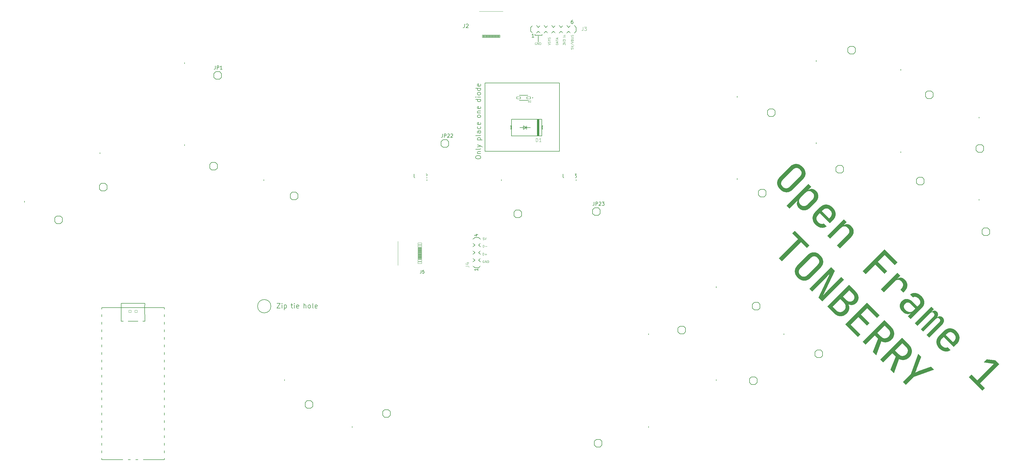
<source format=gto>
%TF.GenerationSoftware,KiCad,Pcbnew,(7.0.0)*%
%TF.CreationDate,2023-02-14T15:50:17+01:00*%
%TF.ProjectId,OF1 v1,4f463120-7631-42e6-9b69-6361645f7063,rev?*%
%TF.SameCoordinates,Original*%
%TF.FileFunction,Legend,Top*%
%TF.FilePolarity,Positive*%
%FSLAX46Y46*%
G04 Gerber Fmt 4.6, Leading zero omitted, Abs format (unit mm)*
G04 Created by KiCad (PCBNEW (7.0.0)) date 2023-02-14 15:50:17*
%MOMM*%
%LPD*%
G01*
G04 APERTURE LIST*
G04 Aperture macros list*
%AMRoundRect*
0 Rectangle with rounded corners*
0 $1 Rounding radius*
0 $2 $3 $4 $5 $6 $7 $8 $9 X,Y pos of 4 corners*
0 Add a 4 corners polygon primitive as box body*
4,1,4,$2,$3,$4,$5,$6,$7,$8,$9,$2,$3,0*
0 Add four circle primitives for the rounded corners*
1,1,$1+$1,$2,$3*
1,1,$1+$1,$4,$5*
1,1,$1+$1,$6,$7*
1,1,$1+$1,$8,$9*
0 Add four rect primitives between the rounded corners*
20,1,$1+$1,$2,$3,$4,$5,0*
20,1,$1+$1,$4,$5,$6,$7,0*
20,1,$1+$1,$6,$7,$8,$9,0*
20,1,$1+$1,$8,$9,$2,$3,0*%
%AMFreePoly0*
4,1,17,0.425901,0.806901,0.806901,0.425901,0.825500,0.381000,0.825500,-0.381000,0.806901,-0.425901,0.425901,-0.806901,0.381000,-0.825500,-0.381000,-0.825500,-0.425901,-0.806901,-0.806901,-0.425901,-0.825500,-0.381000,-0.825500,0.381000,-0.806901,0.425901,-0.425901,0.806901,-0.381000,0.825500,0.381000,0.825500,0.425901,0.806901,0.425901,0.806901,$1*%
G04 Aperture macros list end*
%ADD10C,0.200000*%
%ADD11C,0.065024*%
%ADD12C,0.142240*%
%ADD13C,0.150000*%
%ADD14C,0.114300*%
%ADD15C,0.127000*%
%ADD16C,0.044941*%
%ADD17C,0.152400*%
%ADD18C,0.120000*%
%ADD19C,0.020000*%
%ADD20O,3.175000X1.651000*%
%ADD21C,1.701800*%
%ADD22C,3.000000*%
%ADD23C,3.987800*%
%ADD24C,2.374900*%
%ADD25FreePoly0,0.000000*%
%ADD26O,4.622800X2.374900*%
%ADD27C,9.000000*%
%ADD28C,8.000000*%
%ADD29RoundRect,0.063500X0.605000X0.365000X-0.605000X0.365000X-0.605000X-0.365000X0.605000X-0.365000X0*%
%ADD30C,8.500000*%
%ADD31C,0.650000*%
%ADD32RoundRect,0.063500X-0.150000X-0.450000X0.150000X-0.450000X0.150000X0.450000X-0.150000X0.450000X0*%
%ADD33C,0.777000*%
%ADD34O,0.877000X1.627000*%
%ADD35C,2.100000*%
%ADD36C,1.500000*%
%ADD37O,3.327000X1.727000*%
%ADD38O,1.727000X3.327000*%
%ADD39RoundRect,0.063500X-0.400000X-0.400000X0.400000X-0.400000X0.400000X0.400000X-0.400000X0.400000X0*%
%ADD40RoundRect,0.063500X-0.620000X0.300000X-0.620000X-0.300000X0.620000X-0.300000X0.620000X0.300000X0*%
%ADD41RoundRect,0.063500X-0.620000X0.150000X-0.620000X-0.150000X0.620000X-0.150000X0.620000X0.150000X0*%
%ADD42O,2.227000X1.127000*%
%ADD43O,1.927000X1.127000*%
%ADD44O,1.651000X3.175000*%
G04 APERTURE END LIST*
D10*
X73737165Y-125753600D02*
G75*
G03*
X73737165Y-125753600I-2236065J0D01*
G01*
X145501100Y-50753600D02*
X170501100Y-50753600D01*
X170501100Y-50753600D02*
X170501100Y-73753600D01*
X170501100Y-73753600D02*
X145501100Y-73753600D01*
X162272621Y-34794232D02*
X164674246Y-34794232D01*
X145501100Y-73753600D02*
X145501100Y-50753600D01*
X164706284Y-33815094D02*
X164690587Y-33799397D01*
X163421272Y-34948854D02*
X163421272Y-36958357D01*
X164691100Y-34802747D02*
X164691100Y-34410263D01*
X162272621Y-34378054D02*
X162272621Y-34801935D01*
D11*
X145220615Y-110424960D02*
X145149398Y-110389351D01*
X145149398Y-110389351D02*
X145042573Y-110389351D01*
X145042573Y-110389351D02*
X144935748Y-110424960D01*
X144935748Y-110424960D02*
X144864531Y-110496176D01*
X144864531Y-110496176D02*
X144828922Y-110567393D01*
X144828922Y-110567393D02*
X144793314Y-110709827D01*
X144793314Y-110709827D02*
X144793314Y-110816652D01*
X144793314Y-110816652D02*
X144828922Y-110959085D01*
X144828922Y-110959085D02*
X144864531Y-111030302D01*
X144864531Y-111030302D02*
X144935748Y-111101519D01*
X144935748Y-111101519D02*
X145042573Y-111137127D01*
X145042573Y-111137127D02*
X145113789Y-111137127D01*
X145113789Y-111137127D02*
X145220615Y-111101519D01*
X145220615Y-111101519D02*
X145256223Y-111065910D01*
X145256223Y-111065910D02*
X145256223Y-110816652D01*
X145256223Y-110816652D02*
X145113789Y-110816652D01*
X145576698Y-111137127D02*
X145576698Y-110389351D01*
X145576698Y-110389351D02*
X146003999Y-111137127D01*
X146003999Y-111137127D02*
X146003999Y-110389351D01*
X146360082Y-111137127D02*
X146360082Y-110389351D01*
X146360082Y-110389351D02*
X146538124Y-110389351D01*
X146538124Y-110389351D02*
X146644949Y-110424960D01*
X146644949Y-110424960D02*
X146716166Y-110496176D01*
X146716166Y-110496176D02*
X146751775Y-110567393D01*
X146751775Y-110567393D02*
X146787383Y-110709827D01*
X146787383Y-110709827D02*
X146787383Y-110816652D01*
X146787383Y-110816652D02*
X146751775Y-110959085D01*
X146751775Y-110959085D02*
X146716166Y-111030302D01*
X146716166Y-111030302D02*
X146644949Y-111101519D01*
X146644949Y-111101519D02*
X146538124Y-111137127D01*
X146538124Y-111137127D02*
X146360082Y-111137127D01*
X171722715Y-37993174D02*
X171722715Y-37530265D01*
X171722715Y-37530265D02*
X172007582Y-37779524D01*
X172007582Y-37779524D02*
X172007582Y-37672699D01*
X172007582Y-37672699D02*
X172043191Y-37601482D01*
X172043191Y-37601482D02*
X172078799Y-37565874D01*
X172078799Y-37565874D02*
X172150016Y-37530265D01*
X172150016Y-37530265D02*
X172328058Y-37530265D01*
X172328058Y-37530265D02*
X172399274Y-37565874D01*
X172399274Y-37565874D02*
X172434883Y-37601482D01*
X172434883Y-37601482D02*
X172470491Y-37672699D01*
X172470491Y-37672699D02*
X172470491Y-37886349D01*
X172470491Y-37886349D02*
X172434883Y-37957566D01*
X172434883Y-37957566D02*
X172399274Y-37993174D01*
X171722715Y-37316615D02*
X172470491Y-37067356D01*
X172470491Y-37067356D02*
X171722715Y-36818097D01*
X171722715Y-36640055D02*
X171722715Y-36177146D01*
X171722715Y-36177146D02*
X172007582Y-36426405D01*
X172007582Y-36426405D02*
X172007582Y-36319580D01*
X172007582Y-36319580D02*
X172043191Y-36248363D01*
X172043191Y-36248363D02*
X172078799Y-36212755D01*
X172078799Y-36212755D02*
X172150016Y-36177146D01*
X172150016Y-36177146D02*
X172328058Y-36177146D01*
X172328058Y-36177146D02*
X172399274Y-36212755D01*
X172399274Y-36212755D02*
X172434883Y-36248363D01*
X172434883Y-36248363D02*
X172470491Y-36319580D01*
X172470491Y-36319580D02*
X172470491Y-36533230D01*
X172470491Y-36533230D02*
X172434883Y-36604447D01*
X172434883Y-36604447D02*
X172399274Y-36640055D01*
X172470491Y-35408005D02*
X171971974Y-35408005D01*
X171722715Y-35408005D02*
X171758324Y-35443613D01*
X171758324Y-35443613D02*
X171793932Y-35408005D01*
X171793932Y-35408005D02*
X171758324Y-35372396D01*
X171758324Y-35372396D02*
X171722715Y-35408005D01*
X171722715Y-35408005D02*
X171793932Y-35408005D01*
X171971974Y-35051921D02*
X172470491Y-35051921D01*
X172043191Y-35051921D02*
X172007582Y-35016312D01*
X172007582Y-35016312D02*
X171971974Y-34945095D01*
X171971974Y-34945095D02*
X171971974Y-34838270D01*
X171971974Y-34838270D02*
X172007582Y-34767054D01*
X172007582Y-34767054D02*
X172078799Y-34731445D01*
X172078799Y-34731445D02*
X172470491Y-34731445D01*
X174385380Y-39045214D02*
X174385380Y-39401298D01*
X174385380Y-39401298D02*
X174741464Y-39436906D01*
X174741464Y-39436906D02*
X174705856Y-39401298D01*
X174705856Y-39401298D02*
X174670247Y-39330081D01*
X174670247Y-39330081D02*
X174670247Y-39152039D01*
X174670247Y-39152039D02*
X174705856Y-39080822D01*
X174705856Y-39080822D02*
X174741464Y-39045214D01*
X174741464Y-39045214D02*
X174812681Y-39009605D01*
X174812681Y-39009605D02*
X174990723Y-39009605D01*
X174990723Y-39009605D02*
X175061939Y-39045214D01*
X175061939Y-39045214D02*
X175097548Y-39080822D01*
X175097548Y-39080822D02*
X175133156Y-39152039D01*
X175133156Y-39152039D02*
X175133156Y-39330081D01*
X175133156Y-39330081D02*
X175097548Y-39401298D01*
X175097548Y-39401298D02*
X175061939Y-39436906D01*
X174385380Y-38795955D02*
X175133156Y-38546696D01*
X175133156Y-38546696D02*
X174385380Y-38297437D01*
X174349772Y-37514053D02*
X175311198Y-38155004D01*
X174385380Y-37371620D02*
X175133156Y-37122361D01*
X175133156Y-37122361D02*
X174385380Y-36873102D01*
X174741464Y-36374585D02*
X174777072Y-36267760D01*
X174777072Y-36267760D02*
X174812681Y-36232151D01*
X174812681Y-36232151D02*
X174883897Y-36196543D01*
X174883897Y-36196543D02*
X174990723Y-36196543D01*
X174990723Y-36196543D02*
X175061939Y-36232151D01*
X175061939Y-36232151D02*
X175097548Y-36267760D01*
X175097548Y-36267760D02*
X175133156Y-36338977D01*
X175133156Y-36338977D02*
X175133156Y-36623844D01*
X175133156Y-36623844D02*
X174385380Y-36623844D01*
X174385380Y-36623844D02*
X174385380Y-36374585D01*
X174385380Y-36374585D02*
X174420989Y-36303368D01*
X174420989Y-36303368D02*
X174456597Y-36267760D01*
X174456597Y-36267760D02*
X174527814Y-36232151D01*
X174527814Y-36232151D02*
X174599030Y-36232151D01*
X174599030Y-36232151D02*
X174670247Y-36267760D01*
X174670247Y-36267760D02*
X174705856Y-36303368D01*
X174705856Y-36303368D02*
X174741464Y-36374585D01*
X174741464Y-36374585D02*
X174741464Y-36623844D01*
X174385380Y-35876068D02*
X174990723Y-35876068D01*
X174990723Y-35876068D02*
X175061939Y-35840459D01*
X175061939Y-35840459D02*
X175097548Y-35804851D01*
X175097548Y-35804851D02*
X175133156Y-35733634D01*
X175133156Y-35733634D02*
X175133156Y-35591201D01*
X175133156Y-35591201D02*
X175097548Y-35519984D01*
X175097548Y-35519984D02*
X175061939Y-35484375D01*
X175061939Y-35484375D02*
X174990723Y-35448767D01*
X174990723Y-35448767D02*
X174385380Y-35448767D01*
X175097548Y-35128292D02*
X175133156Y-35021467D01*
X175133156Y-35021467D02*
X175133156Y-34843425D01*
X175133156Y-34843425D02*
X175097548Y-34772208D01*
X175097548Y-34772208D02*
X175061939Y-34736600D01*
X175061939Y-34736600D02*
X174990723Y-34700991D01*
X174990723Y-34700991D02*
X174919506Y-34700991D01*
X174919506Y-34700991D02*
X174848289Y-34736600D01*
X174848289Y-34736600D02*
X174812681Y-34772208D01*
X174812681Y-34772208D02*
X174777072Y-34843425D01*
X174777072Y-34843425D02*
X174741464Y-34985858D01*
X174741464Y-34985858D02*
X174705856Y-35057075D01*
X174705856Y-35057075D02*
X174670247Y-35092684D01*
X174670247Y-35092684D02*
X174599030Y-35128292D01*
X174599030Y-35128292D02*
X174527814Y-35128292D01*
X174527814Y-35128292D02*
X174456597Y-35092684D01*
X174456597Y-35092684D02*
X174420989Y-35057075D01*
X174420989Y-35057075D02*
X174385380Y-34985858D01*
X174385380Y-34985858D02*
X174385380Y-34807817D01*
X174385380Y-34807817D02*
X174420989Y-34700991D01*
X144855887Y-105947195D02*
X144855887Y-105199419D01*
X144855887Y-105199419D02*
X145033929Y-105199419D01*
X145033929Y-105199419D02*
X145140754Y-105235028D01*
X145140754Y-105235028D02*
X145211971Y-105306244D01*
X145211971Y-105306244D02*
X145247580Y-105377461D01*
X145247580Y-105377461D02*
X145283188Y-105519895D01*
X145283188Y-105519895D02*
X145283188Y-105626720D01*
X145283188Y-105626720D02*
X145247580Y-105769153D01*
X145247580Y-105769153D02*
X145211971Y-105840370D01*
X145211971Y-105840370D02*
X145140754Y-105911587D01*
X145140754Y-105911587D02*
X145033929Y-105947195D01*
X145033929Y-105947195D02*
X144855887Y-105947195D01*
X145603663Y-105662328D02*
X146173398Y-105662328D01*
X166677194Y-38028783D02*
X167424970Y-37779524D01*
X167424970Y-37779524D02*
X166677194Y-37530265D01*
X167389362Y-37316615D02*
X167424970Y-37209790D01*
X167424970Y-37209790D02*
X167424970Y-37031748D01*
X167424970Y-37031748D02*
X167389362Y-36960531D01*
X167389362Y-36960531D02*
X167353753Y-36924923D01*
X167353753Y-36924923D02*
X167282537Y-36889314D01*
X167282537Y-36889314D02*
X167211320Y-36889314D01*
X167211320Y-36889314D02*
X167140103Y-36924923D01*
X167140103Y-36924923D02*
X167104495Y-36960531D01*
X167104495Y-36960531D02*
X167068886Y-37031748D01*
X167068886Y-37031748D02*
X167033278Y-37174181D01*
X167033278Y-37174181D02*
X166997670Y-37245398D01*
X166997670Y-37245398D02*
X166962061Y-37281007D01*
X166962061Y-37281007D02*
X166890844Y-37316615D01*
X166890844Y-37316615D02*
X166819628Y-37316615D01*
X166819628Y-37316615D02*
X166748411Y-37281007D01*
X166748411Y-37281007D02*
X166712803Y-37245398D01*
X166712803Y-37245398D02*
X166677194Y-37174181D01*
X166677194Y-37174181D02*
X166677194Y-36996140D01*
X166677194Y-36996140D02*
X166712803Y-36889314D01*
X167068886Y-36426405D02*
X167424970Y-36426405D01*
X166677194Y-36675664D02*
X167068886Y-36426405D01*
X167068886Y-36426405D02*
X166677194Y-36177146D01*
X167389362Y-35963496D02*
X167424970Y-35856671D01*
X167424970Y-35856671D02*
X167424970Y-35678629D01*
X167424970Y-35678629D02*
X167389362Y-35607412D01*
X167389362Y-35607412D02*
X167353753Y-35571804D01*
X167353753Y-35571804D02*
X167282537Y-35536195D01*
X167282537Y-35536195D02*
X167211320Y-35536195D01*
X167211320Y-35536195D02*
X167140103Y-35571804D01*
X167140103Y-35571804D02*
X167104495Y-35607412D01*
X167104495Y-35607412D02*
X167068886Y-35678629D01*
X167068886Y-35678629D02*
X167033278Y-35821062D01*
X167033278Y-35821062D02*
X166997670Y-35892279D01*
X166997670Y-35892279D02*
X166962061Y-35927888D01*
X166962061Y-35927888D02*
X166890844Y-35963496D01*
X166890844Y-35963496D02*
X166819628Y-35963496D01*
X166819628Y-35963496D02*
X166748411Y-35927888D01*
X166748411Y-35927888D02*
X166712803Y-35892279D01*
X166712803Y-35892279D02*
X166677194Y-35821062D01*
X166677194Y-35821062D02*
X166677194Y-35643021D01*
X166677194Y-35643021D02*
X166712803Y-35536195D01*
X170037470Y-37921958D02*
X169289694Y-37921958D01*
X169289694Y-37921958D02*
X169289694Y-37743916D01*
X169289694Y-37743916D02*
X169325303Y-37637091D01*
X169325303Y-37637091D02*
X169396519Y-37565874D01*
X169396519Y-37565874D02*
X169467736Y-37530265D01*
X169467736Y-37530265D02*
X169610170Y-37494657D01*
X169610170Y-37494657D02*
X169716995Y-37494657D01*
X169716995Y-37494657D02*
X169859428Y-37530265D01*
X169859428Y-37530265D02*
X169930645Y-37565874D01*
X169930645Y-37565874D02*
X170001862Y-37637091D01*
X170001862Y-37637091D02*
X170037470Y-37743916D01*
X170037470Y-37743916D02*
X170037470Y-37921958D01*
X169823820Y-37209790D02*
X169823820Y-36853706D01*
X170037470Y-37281007D02*
X169289694Y-37031748D01*
X169289694Y-37031748D02*
X170037470Y-36782489D01*
X169289694Y-36640056D02*
X169289694Y-36212755D01*
X170037470Y-36426405D02*
X169289694Y-36426405D01*
X169823820Y-35999105D02*
X169823820Y-35643021D01*
X170037470Y-36070322D02*
X169289694Y-35821063D01*
X169289694Y-35821063D02*
X170037470Y-35571804D01*
X162719724Y-37225103D02*
X162648507Y-37189494D01*
X162648507Y-37189494D02*
X162541682Y-37189494D01*
X162541682Y-37189494D02*
X162434857Y-37225103D01*
X162434857Y-37225103D02*
X162363640Y-37296319D01*
X162363640Y-37296319D02*
X162328031Y-37367536D01*
X162328031Y-37367536D02*
X162292423Y-37509970D01*
X162292423Y-37509970D02*
X162292423Y-37616795D01*
X162292423Y-37616795D02*
X162328031Y-37759228D01*
X162328031Y-37759228D02*
X162363640Y-37830445D01*
X162363640Y-37830445D02*
X162434857Y-37901662D01*
X162434857Y-37901662D02*
X162541682Y-37937270D01*
X162541682Y-37937270D02*
X162612898Y-37937270D01*
X162612898Y-37937270D02*
X162719724Y-37901662D01*
X162719724Y-37901662D02*
X162755332Y-37866053D01*
X162755332Y-37866053D02*
X162755332Y-37616795D01*
X162755332Y-37616795D02*
X162612898Y-37616795D01*
X163075807Y-37937270D02*
X163075807Y-37189494D01*
X163075807Y-37189494D02*
X163503108Y-37937270D01*
X163503108Y-37937270D02*
X163503108Y-37189494D01*
X163859191Y-37937270D02*
X163859191Y-37189494D01*
X163859191Y-37189494D02*
X164037233Y-37189494D01*
X164037233Y-37189494D02*
X164144058Y-37225103D01*
X164144058Y-37225103D02*
X164215275Y-37296319D01*
X164215275Y-37296319D02*
X164250884Y-37367536D01*
X164250884Y-37367536D02*
X164286492Y-37509970D01*
X164286492Y-37509970D02*
X164286492Y-37616795D01*
X164286492Y-37616795D02*
X164250884Y-37759228D01*
X164250884Y-37759228D02*
X164215275Y-37830445D01*
X164215275Y-37830445D02*
X164144058Y-37901662D01*
X164144058Y-37901662D02*
X164037233Y-37937270D01*
X164037233Y-37937270D02*
X163859191Y-37937270D01*
D12*
X142423206Y-75897565D02*
X142423206Y-75585991D01*
X142423206Y-75585991D02*
X142501100Y-75430205D01*
X142501100Y-75430205D02*
X142656886Y-75274418D01*
X142656886Y-75274418D02*
X142968460Y-75196525D01*
X142968460Y-75196525D02*
X143513713Y-75196525D01*
X143513713Y-75196525D02*
X143825286Y-75274418D01*
X143825286Y-75274418D02*
X143981073Y-75430205D01*
X143981073Y-75430205D02*
X144058966Y-75585991D01*
X144058966Y-75585991D02*
X144058966Y-75897565D01*
X144058966Y-75897565D02*
X143981073Y-76053351D01*
X143981073Y-76053351D02*
X143825286Y-76209138D01*
X143825286Y-76209138D02*
X143513713Y-76287031D01*
X143513713Y-76287031D02*
X142968460Y-76287031D01*
X142968460Y-76287031D02*
X142656886Y-76209138D01*
X142656886Y-76209138D02*
X142501100Y-76053351D01*
X142501100Y-76053351D02*
X142423206Y-75897565D01*
X142968460Y-74495485D02*
X144058966Y-74495485D01*
X143124246Y-74495485D02*
X143046353Y-74417592D01*
X143046353Y-74417592D02*
X142968460Y-74261805D01*
X142968460Y-74261805D02*
X142968460Y-74028125D01*
X142968460Y-74028125D02*
X143046353Y-73872338D01*
X143046353Y-73872338D02*
X143202140Y-73794445D01*
X143202140Y-73794445D02*
X144058966Y-73794445D01*
X144058966Y-72781832D02*
X143981073Y-72937619D01*
X143981073Y-72937619D02*
X143825286Y-73015512D01*
X143825286Y-73015512D02*
X142423206Y-73015512D01*
X142968460Y-72314472D02*
X144058966Y-71925005D01*
X142968460Y-71535538D02*
X144058966Y-71925005D01*
X144058966Y-71925005D02*
X144448433Y-72080792D01*
X144448433Y-72080792D02*
X144526326Y-72158685D01*
X144526326Y-72158685D02*
X144604220Y-72314472D01*
X142968460Y-69930936D02*
X144604220Y-69930936D01*
X143046353Y-69930936D02*
X142968460Y-69775149D01*
X142968460Y-69775149D02*
X142968460Y-69463576D01*
X142968460Y-69463576D02*
X143046353Y-69307789D01*
X143046353Y-69307789D02*
X143124246Y-69229896D01*
X143124246Y-69229896D02*
X143280033Y-69152003D01*
X143280033Y-69152003D02*
X143747393Y-69152003D01*
X143747393Y-69152003D02*
X143903180Y-69229896D01*
X143903180Y-69229896D02*
X143981073Y-69307789D01*
X143981073Y-69307789D02*
X144058966Y-69463576D01*
X144058966Y-69463576D02*
X144058966Y-69775149D01*
X144058966Y-69775149D02*
X143981073Y-69930936D01*
X144058966Y-68217283D02*
X143981073Y-68373070D01*
X143981073Y-68373070D02*
X143825286Y-68450963D01*
X143825286Y-68450963D02*
X142423206Y-68450963D01*
X144058966Y-66893096D02*
X143202140Y-66893096D01*
X143202140Y-66893096D02*
X143046353Y-66970989D01*
X143046353Y-66970989D02*
X142968460Y-67126776D01*
X142968460Y-67126776D02*
X142968460Y-67438349D01*
X142968460Y-67438349D02*
X143046353Y-67594136D01*
X143981073Y-66893096D02*
X144058966Y-67048883D01*
X144058966Y-67048883D02*
X144058966Y-67438349D01*
X144058966Y-67438349D02*
X143981073Y-67594136D01*
X143981073Y-67594136D02*
X143825286Y-67672029D01*
X143825286Y-67672029D02*
X143669500Y-67672029D01*
X143669500Y-67672029D02*
X143513713Y-67594136D01*
X143513713Y-67594136D02*
X143435820Y-67438349D01*
X143435820Y-67438349D02*
X143435820Y-67048883D01*
X143435820Y-67048883D02*
X143357926Y-66893096D01*
X143981073Y-65413123D02*
X144058966Y-65568910D01*
X144058966Y-65568910D02*
X144058966Y-65880483D01*
X144058966Y-65880483D02*
X143981073Y-66036270D01*
X143981073Y-66036270D02*
X143903180Y-66114163D01*
X143903180Y-66114163D02*
X143747393Y-66192056D01*
X143747393Y-66192056D02*
X143280033Y-66192056D01*
X143280033Y-66192056D02*
X143124246Y-66114163D01*
X143124246Y-66114163D02*
X143046353Y-66036270D01*
X143046353Y-66036270D02*
X142968460Y-65880483D01*
X142968460Y-65880483D02*
X142968460Y-65568910D01*
X142968460Y-65568910D02*
X143046353Y-65413123D01*
X143981073Y-64088936D02*
X144058966Y-64244723D01*
X144058966Y-64244723D02*
X144058966Y-64556296D01*
X144058966Y-64556296D02*
X143981073Y-64712083D01*
X143981073Y-64712083D02*
X143825286Y-64789976D01*
X143825286Y-64789976D02*
X143202140Y-64789976D01*
X143202140Y-64789976D02*
X143046353Y-64712083D01*
X143046353Y-64712083D02*
X142968460Y-64556296D01*
X142968460Y-64556296D02*
X142968460Y-64244723D01*
X142968460Y-64244723D02*
X143046353Y-64088936D01*
X143046353Y-64088936D02*
X143202140Y-64011043D01*
X143202140Y-64011043D02*
X143357926Y-64011043D01*
X143357926Y-64011043D02*
X143513713Y-64789976D01*
X144058966Y-62094867D02*
X143981073Y-62250654D01*
X143981073Y-62250654D02*
X143903180Y-62328547D01*
X143903180Y-62328547D02*
X143747393Y-62406440D01*
X143747393Y-62406440D02*
X143280033Y-62406440D01*
X143280033Y-62406440D02*
X143124246Y-62328547D01*
X143124246Y-62328547D02*
X143046353Y-62250654D01*
X143046353Y-62250654D02*
X142968460Y-62094867D01*
X142968460Y-62094867D02*
X142968460Y-61861187D01*
X142968460Y-61861187D02*
X143046353Y-61705400D01*
X143046353Y-61705400D02*
X143124246Y-61627507D01*
X143124246Y-61627507D02*
X143280033Y-61549614D01*
X143280033Y-61549614D02*
X143747393Y-61549614D01*
X143747393Y-61549614D02*
X143903180Y-61627507D01*
X143903180Y-61627507D02*
X143981073Y-61705400D01*
X143981073Y-61705400D02*
X144058966Y-61861187D01*
X144058966Y-61861187D02*
X144058966Y-62094867D01*
X142968460Y-60848574D02*
X144058966Y-60848574D01*
X143124246Y-60848574D02*
X143046353Y-60770681D01*
X143046353Y-60770681D02*
X142968460Y-60614894D01*
X142968460Y-60614894D02*
X142968460Y-60381214D01*
X142968460Y-60381214D02*
X143046353Y-60225427D01*
X143046353Y-60225427D02*
X143202140Y-60147534D01*
X143202140Y-60147534D02*
X144058966Y-60147534D01*
X143981073Y-58745454D02*
X144058966Y-58901241D01*
X144058966Y-58901241D02*
X144058966Y-59212814D01*
X144058966Y-59212814D02*
X143981073Y-59368601D01*
X143981073Y-59368601D02*
X143825286Y-59446494D01*
X143825286Y-59446494D02*
X143202140Y-59446494D01*
X143202140Y-59446494D02*
X143046353Y-59368601D01*
X143046353Y-59368601D02*
X142968460Y-59212814D01*
X142968460Y-59212814D02*
X142968460Y-58901241D01*
X142968460Y-58901241D02*
X143046353Y-58745454D01*
X143046353Y-58745454D02*
X143202140Y-58667561D01*
X143202140Y-58667561D02*
X143357926Y-58667561D01*
X143357926Y-58667561D02*
X143513713Y-59446494D01*
X144058966Y-56284025D02*
X142423206Y-56284025D01*
X143981073Y-56284025D02*
X144058966Y-56439812D01*
X144058966Y-56439812D02*
X144058966Y-56751385D01*
X144058966Y-56751385D02*
X143981073Y-56907172D01*
X143981073Y-56907172D02*
X143903180Y-56985065D01*
X143903180Y-56985065D02*
X143747393Y-57062958D01*
X143747393Y-57062958D02*
X143280033Y-57062958D01*
X143280033Y-57062958D02*
X143124246Y-56985065D01*
X143124246Y-56985065D02*
X143046353Y-56907172D01*
X143046353Y-56907172D02*
X142968460Y-56751385D01*
X142968460Y-56751385D02*
X142968460Y-56439812D01*
X142968460Y-56439812D02*
X143046353Y-56284025D01*
X144058966Y-55505092D02*
X142968460Y-55505092D01*
X142423206Y-55505092D02*
X142501100Y-55582985D01*
X142501100Y-55582985D02*
X142578993Y-55505092D01*
X142578993Y-55505092D02*
X142501100Y-55427199D01*
X142501100Y-55427199D02*
X142423206Y-55505092D01*
X142423206Y-55505092D02*
X142578993Y-55505092D01*
X144058966Y-54492479D02*
X143981073Y-54648266D01*
X143981073Y-54648266D02*
X143903180Y-54726159D01*
X143903180Y-54726159D02*
X143747393Y-54804052D01*
X143747393Y-54804052D02*
X143280033Y-54804052D01*
X143280033Y-54804052D02*
X143124246Y-54726159D01*
X143124246Y-54726159D02*
X143046353Y-54648266D01*
X143046353Y-54648266D02*
X142968460Y-54492479D01*
X142968460Y-54492479D02*
X142968460Y-54258799D01*
X142968460Y-54258799D02*
X143046353Y-54103012D01*
X143046353Y-54103012D02*
X143124246Y-54025119D01*
X143124246Y-54025119D02*
X143280033Y-53947226D01*
X143280033Y-53947226D02*
X143747393Y-53947226D01*
X143747393Y-53947226D02*
X143903180Y-54025119D01*
X143903180Y-54025119D02*
X143981073Y-54103012D01*
X143981073Y-54103012D02*
X144058966Y-54258799D01*
X144058966Y-54258799D02*
X144058966Y-54492479D01*
X144058966Y-52545146D02*
X142423206Y-52545146D01*
X143981073Y-52545146D02*
X144058966Y-52700933D01*
X144058966Y-52700933D02*
X144058966Y-53012506D01*
X144058966Y-53012506D02*
X143981073Y-53168293D01*
X143981073Y-53168293D02*
X143903180Y-53246186D01*
X143903180Y-53246186D02*
X143747393Y-53324079D01*
X143747393Y-53324079D02*
X143280033Y-53324079D01*
X143280033Y-53324079D02*
X143124246Y-53246186D01*
X143124246Y-53246186D02*
X143046353Y-53168293D01*
X143046353Y-53168293D02*
X142968460Y-53012506D01*
X142968460Y-53012506D02*
X142968460Y-52700933D01*
X142968460Y-52700933D02*
X143046353Y-52545146D01*
X143981073Y-51143066D02*
X144058966Y-51298853D01*
X144058966Y-51298853D02*
X144058966Y-51610426D01*
X144058966Y-51610426D02*
X143981073Y-51766213D01*
X143981073Y-51766213D02*
X143825286Y-51844106D01*
X143825286Y-51844106D02*
X143202140Y-51844106D01*
X143202140Y-51844106D02*
X143046353Y-51766213D01*
X143046353Y-51766213D02*
X142968460Y-51610426D01*
X142968460Y-51610426D02*
X142968460Y-51298853D01*
X142968460Y-51298853D02*
X143046353Y-51143066D01*
X143046353Y-51143066D02*
X143202140Y-51065173D01*
X143202140Y-51065173D02*
X143357926Y-51065173D01*
X143357926Y-51065173D02*
X143513713Y-51844106D01*
D13*
G36*
X250030669Y-77972227D02*
G01*
X250171842Y-77985059D01*
X250311855Y-78005581D01*
X250450708Y-78033794D01*
X250588400Y-78069698D01*
X250724932Y-78113293D01*
X250860304Y-78164578D01*
X250994515Y-78223555D01*
X251127566Y-78290222D01*
X251259457Y-78364580D01*
X251390187Y-78446628D01*
X251519757Y-78536368D01*
X251648166Y-78633798D01*
X251775415Y-78738919D01*
X251901504Y-78851731D01*
X252026432Y-78972234D01*
X252146935Y-79097163D01*
X252259747Y-79223251D01*
X252364868Y-79350500D01*
X252462299Y-79478910D01*
X252552038Y-79608480D01*
X252634087Y-79739210D01*
X252708445Y-79871100D01*
X252775112Y-80004151D01*
X252834088Y-80138362D01*
X252885374Y-80273734D01*
X252928968Y-80410266D01*
X252964872Y-80547958D01*
X252993085Y-80686811D01*
X253013608Y-80826824D01*
X253026439Y-80967998D01*
X253031580Y-81110332D01*
X253029003Y-81252612D01*
X253018681Y-81393623D01*
X253000614Y-81533366D01*
X252974803Y-81671841D01*
X252941247Y-81809048D01*
X252899946Y-81944986D01*
X252850900Y-82079656D01*
X252794110Y-82213058D01*
X252729574Y-82345191D01*
X252657294Y-82476057D01*
X252577269Y-82605653D01*
X252489500Y-82733982D01*
X252393985Y-82861042D01*
X252290726Y-82986834D01*
X252179722Y-83111357D01*
X252060974Y-83234613D01*
X248783018Y-86512568D01*
X248658508Y-86632572D01*
X248532810Y-86744750D01*
X248405926Y-86849102D01*
X248277854Y-86945628D01*
X248148594Y-87034329D01*
X248018147Y-87115203D01*
X247886513Y-87188253D01*
X247753692Y-87253476D01*
X247619683Y-87310874D01*
X247484486Y-87360446D01*
X247348103Y-87402192D01*
X247210532Y-87436112D01*
X247071774Y-87462207D01*
X246931828Y-87480476D01*
X246790695Y-87490919D01*
X246648375Y-87493537D01*
X246506041Y-87488396D01*
X246364867Y-87475565D01*
X246224854Y-87455043D01*
X246086001Y-87426829D01*
X245948309Y-87390926D01*
X245811777Y-87347331D01*
X245676405Y-87296045D01*
X245542194Y-87237069D01*
X245409143Y-87170402D01*
X245277253Y-87096044D01*
X245146522Y-87013995D01*
X245016953Y-86924256D01*
X244888543Y-86826825D01*
X244761294Y-86721704D01*
X244635205Y-86608892D01*
X244510277Y-86488389D01*
X244389774Y-86363461D01*
X244276962Y-86237372D01*
X244171841Y-86110123D01*
X244074411Y-85981714D01*
X243984671Y-85852144D01*
X243902623Y-85721414D01*
X243828265Y-85589523D01*
X243761598Y-85456472D01*
X243702621Y-85322261D01*
X243651336Y-85186890D01*
X243607741Y-85050358D01*
X243571837Y-84912665D01*
X243543624Y-84773812D01*
X243523102Y-84633799D01*
X243510270Y-84492626D01*
X243507998Y-84429737D01*
X244845326Y-84429737D01*
X244847143Y-84546369D01*
X244859069Y-84661817D01*
X244881104Y-84776081D01*
X244913248Y-84889161D01*
X244955502Y-85001057D01*
X245007865Y-85111769D01*
X245070338Y-85221297D01*
X245142920Y-85329642D01*
X245225611Y-85436802D01*
X245318412Y-85542778D01*
X245385895Y-85612771D01*
X245491067Y-85712296D01*
X245597392Y-85801682D01*
X245704871Y-85880927D01*
X245813504Y-85950033D01*
X245923290Y-86008999D01*
X246034230Y-86057826D01*
X246146324Y-86096513D01*
X246259571Y-86125060D01*
X246373971Y-86143467D01*
X246489526Y-86151735D01*
X246567203Y-86151613D01*
X246684230Y-86143229D01*
X246800862Y-86124554D01*
X246917099Y-86095587D01*
X247032942Y-86056328D01*
X247148390Y-86006778D01*
X247263443Y-85946937D01*
X247378102Y-85876804D01*
X247492366Y-85796379D01*
X247606236Y-85705663D01*
X247681929Y-85639468D01*
X247757448Y-85568699D01*
X247795141Y-85531599D01*
X251080005Y-82246736D01*
X251151826Y-82172580D01*
X251219195Y-82098209D01*
X251311899Y-81986247D01*
X251394586Y-81873799D01*
X251467254Y-81760866D01*
X251529903Y-81647447D01*
X251582535Y-81533542D01*
X251625148Y-81419151D01*
X251657743Y-81304275D01*
X251680319Y-81188913D01*
X251692877Y-81073065D01*
X251694837Y-81034341D01*
X251693871Y-80918559D01*
X251682552Y-80803718D01*
X251660881Y-80689818D01*
X251628858Y-80576860D01*
X251586483Y-80464842D01*
X251533755Y-80353766D01*
X251470676Y-80243630D01*
X251397244Y-80134436D01*
X251313459Y-80026183D01*
X251219323Y-79918871D01*
X251150814Y-79847852D01*
X251079796Y-79779344D01*
X250972484Y-79685207D01*
X250864230Y-79601423D01*
X250755036Y-79527991D01*
X250644901Y-79464911D01*
X250533824Y-79412184D01*
X250421807Y-79369808D01*
X250308848Y-79337785D01*
X250194948Y-79316114D01*
X250080107Y-79304796D01*
X249964325Y-79303829D01*
X249848316Y-79313048D01*
X249732792Y-79332285D01*
X249617754Y-79361541D01*
X249503201Y-79400814D01*
X249389134Y-79450106D01*
X249275553Y-79509417D01*
X249162458Y-79578745D01*
X249049848Y-79658092D01*
X248937725Y-79747457D01*
X248863245Y-79812600D01*
X248788982Y-79882195D01*
X248751931Y-79918662D01*
X245467067Y-83203526D01*
X245394004Y-83278949D01*
X245325502Y-83354535D01*
X245261561Y-83430283D01*
X245174199Y-83544208D01*
X245097099Y-83658497D01*
X245030260Y-83773151D01*
X244973682Y-83888169D01*
X244927365Y-84003551D01*
X244891309Y-84119298D01*
X244865515Y-84235409D01*
X244849981Y-84351884D01*
X244845326Y-84429737D01*
X243507998Y-84429737D01*
X243505129Y-84350292D01*
X243507747Y-84207972D01*
X243518190Y-84066839D01*
X243536459Y-83926893D01*
X243562554Y-83788135D01*
X243596475Y-83650564D01*
X243638221Y-83514180D01*
X243687793Y-83378984D01*
X243745191Y-83244975D01*
X243810414Y-83112153D01*
X243883463Y-82980519D01*
X243964338Y-82850072D01*
X244053039Y-82720813D01*
X244149565Y-82592741D01*
X244253917Y-82465856D01*
X244366095Y-82340159D01*
X244486098Y-82215649D01*
X247764054Y-78937693D01*
X247887309Y-78818944D01*
X248011833Y-78707940D01*
X248137625Y-78604681D01*
X248264685Y-78509167D01*
X248393013Y-78421397D01*
X248522610Y-78341372D01*
X248653475Y-78269092D01*
X248785609Y-78204557D01*
X248919010Y-78147766D01*
X249053680Y-78098721D01*
X249189619Y-78057420D01*
X249326825Y-78023864D01*
X249465300Y-77998052D01*
X249605043Y-77979986D01*
X249746055Y-77969664D01*
X249888335Y-77967087D01*
X250030669Y-77972227D01*
G37*
G36*
X254957249Y-85661129D02*
G01*
X253872657Y-86745721D01*
X253883019Y-86756083D01*
X253965682Y-86700339D01*
X254048736Y-86648817D01*
X254174051Y-86579453D01*
X254300246Y-86519591D01*
X254427321Y-86469232D01*
X254555277Y-86428374D01*
X254684113Y-86397019D01*
X254813829Y-86375166D01*
X254944426Y-86362815D01*
X255075904Y-86359966D01*
X255208261Y-86366620D01*
X255252576Y-86370950D01*
X255385065Y-86389858D01*
X255515703Y-86418086D01*
X255644488Y-86455634D01*
X255771422Y-86502503D01*
X255896504Y-86558691D01*
X256019734Y-86624200D01*
X256141112Y-86699028D01*
X256260638Y-86783177D01*
X256339294Y-86844453D01*
X256417126Y-86909872D01*
X256494135Y-86979434D01*
X256570321Y-87053137D01*
X256668791Y-87155978D01*
X256760406Y-87260708D01*
X256845166Y-87367327D01*
X256923073Y-87475835D01*
X256994125Y-87586231D01*
X257058323Y-87698517D01*
X257115667Y-87812692D01*
X257166156Y-87928756D01*
X257209791Y-88046708D01*
X257246572Y-88166550D01*
X257276499Y-88288280D01*
X257299571Y-88411900D01*
X257315790Y-88537409D01*
X257325153Y-88664806D01*
X257327663Y-88794092D01*
X257323318Y-88925268D01*
X257312045Y-89057003D01*
X257293770Y-89187970D01*
X257268491Y-89318167D01*
X257236210Y-89447595D01*
X257196926Y-89576254D01*
X257150640Y-89704144D01*
X257097350Y-89831265D01*
X257037059Y-89957617D01*
X256969764Y-90083199D01*
X256895467Y-90208013D01*
X256814167Y-90332058D01*
X256725864Y-90455333D01*
X256630559Y-90577840D01*
X256528251Y-90699577D01*
X256418941Y-90820545D01*
X256302627Y-90940744D01*
X254720642Y-92522729D01*
X254599209Y-92640318D01*
X254477127Y-92750863D01*
X254354398Y-92854365D01*
X254231022Y-92950824D01*
X254106997Y-93040239D01*
X253982325Y-93122612D01*
X253857006Y-93197941D01*
X253731038Y-93266228D01*
X253604423Y-93327471D01*
X253477161Y-93381671D01*
X253349251Y-93428827D01*
X253220693Y-93468941D01*
X253091487Y-93502011D01*
X252961634Y-93528039D01*
X252831133Y-93547023D01*
X252699985Y-93558964D01*
X252569396Y-93563895D01*
X252440575Y-93561851D01*
X252313522Y-93552831D01*
X252188236Y-93536836D01*
X252064718Y-93513865D01*
X251942967Y-93483918D01*
X251822984Y-93446995D01*
X251704768Y-93403097D01*
X251588320Y-93352223D01*
X251473639Y-93294373D01*
X251360726Y-93229548D01*
X251249580Y-93157747D01*
X251140202Y-93078970D01*
X251032592Y-92993217D01*
X250926749Y-92900489D01*
X250822673Y-92800785D01*
X250749955Y-92725665D01*
X250681189Y-92649695D01*
X250616377Y-92572875D01*
X250555519Y-92495204D01*
X250471644Y-92377105D01*
X250396663Y-92257093D01*
X250330578Y-92135168D01*
X250273388Y-92011331D01*
X250225093Y-91885581D01*
X250185692Y-91757919D01*
X250155187Y-91628344D01*
X250133577Y-91496857D01*
X250121677Y-91365051D01*
X250119005Y-91234519D01*
X250125562Y-91105263D01*
X250141349Y-90977282D01*
X250166364Y-90850576D01*
X250200609Y-90725145D01*
X250244082Y-90600990D01*
X250296784Y-90478109D01*
X250332076Y-90408810D01*
X250845125Y-90408810D01*
X250845833Y-90528038D01*
X250856378Y-90645444D01*
X250876758Y-90761029D01*
X250906975Y-90874792D01*
X250947028Y-90986734D01*
X250996917Y-91096854D01*
X251056642Y-91205153D01*
X251126204Y-91311630D01*
X251205601Y-91416286D01*
X251294835Y-91519120D01*
X251359788Y-91586664D01*
X251463199Y-91684337D01*
X251568128Y-91772053D01*
X251674575Y-91849811D01*
X251782539Y-91917611D01*
X251892022Y-91975454D01*
X252003023Y-92023340D01*
X252115541Y-92061267D01*
X252229578Y-92089238D01*
X252345132Y-92107250D01*
X252462204Y-92115305D01*
X252541096Y-92115144D01*
X252660065Y-92106668D01*
X252778640Y-92087720D01*
X252896821Y-92058297D01*
X253014606Y-92018401D01*
X253131997Y-91968032D01*
X253248994Y-91907188D01*
X253365595Y-91835871D01*
X253481802Y-91754081D01*
X253559054Y-91693735D01*
X253636131Y-91628734D01*
X253713032Y-91559078D01*
X253789758Y-91484767D01*
X255264666Y-90009860D01*
X255337722Y-89934389D01*
X255406203Y-89858662D01*
X255470111Y-89782678D01*
X255557397Y-89668221D01*
X255634391Y-89553188D01*
X255701093Y-89437578D01*
X255757504Y-89321392D01*
X255803624Y-89204628D01*
X255839452Y-89087288D01*
X255864989Y-88969370D01*
X255880234Y-88850876D01*
X255884679Y-88771560D01*
X255883263Y-88653476D01*
X255871888Y-88536909D01*
X255850556Y-88421861D01*
X255819267Y-88308330D01*
X255778020Y-88196318D01*
X255726815Y-88085823D01*
X255665653Y-87976847D01*
X255594534Y-87869388D01*
X255513456Y-87763447D01*
X255422422Y-87659024D01*
X255356200Y-87590252D01*
X255254580Y-87494461D01*
X255151139Y-87408506D01*
X255045876Y-87332388D01*
X254938791Y-87266105D01*
X254829886Y-87209659D01*
X254719158Y-87163048D01*
X254606609Y-87126274D01*
X254492239Y-87099336D01*
X254376047Y-87082234D01*
X254258034Y-87074968D01*
X254178346Y-87075589D01*
X254058850Y-87085208D01*
X253939992Y-87104996D01*
X253821771Y-87134955D01*
X253704188Y-87175084D01*
X253587242Y-87225383D01*
X253470934Y-87285852D01*
X253355263Y-87356491D01*
X253240230Y-87437300D01*
X253125834Y-87528279D01*
X253049925Y-87594582D01*
X252974299Y-87665405D01*
X252936592Y-87702511D01*
X251472047Y-89167056D01*
X251398964Y-89242541D01*
X251330401Y-89318308D01*
X251266358Y-89394360D01*
X251178769Y-89508968D01*
X251101350Y-89624214D01*
X251034101Y-89740097D01*
X250977022Y-89856618D01*
X250930113Y-89973776D01*
X250893375Y-90091572D01*
X250866806Y-90210005D01*
X250850407Y-90329076D01*
X250845125Y-90408810D01*
X250332076Y-90408810D01*
X250358715Y-90356503D01*
X250429875Y-90236172D01*
X250482443Y-90156660D01*
X250461718Y-90135935D01*
X249245869Y-91393233D01*
X247672520Y-92966583D01*
X246688097Y-91982160D01*
X253983189Y-84687068D01*
X254957249Y-85661129D01*
G37*
G36*
X260048325Y-91613953D02*
G01*
X260189851Y-91624371D01*
X260331529Y-91642469D01*
X260473359Y-91668249D01*
X260615340Y-91701709D01*
X260710079Y-91728283D01*
X260804662Y-91758034D01*
X260898436Y-91791158D01*
X260991400Y-91827656D01*
X261083555Y-91867527D01*
X261174900Y-91910771D01*
X261265436Y-91957388D01*
X261355162Y-92007378D01*
X261444078Y-92060741D01*
X261532185Y-92117478D01*
X261619482Y-92177587D01*
X261705970Y-92241070D01*
X261791649Y-92307926D01*
X261876517Y-92378156D01*
X261960576Y-92451758D01*
X262043826Y-92528733D01*
X262126266Y-92609082D01*
X262206621Y-92691515D01*
X262283617Y-92774745D01*
X262357253Y-92858770D01*
X262427530Y-92943592D01*
X262494446Y-93029209D01*
X262558003Y-93115623D01*
X262618201Y-93202832D01*
X262675039Y-93290838D01*
X262728517Y-93379640D01*
X262778635Y-93469238D01*
X262825394Y-93559632D01*
X262868793Y-93650822D01*
X262908832Y-93742808D01*
X262945512Y-93835590D01*
X262978832Y-93929168D01*
X263008792Y-94023542D01*
X263035582Y-94118052D01*
X263069366Y-94259638D01*
X263095469Y-94401012D01*
X263113892Y-94542174D01*
X263124634Y-94683123D01*
X263127695Y-94823860D01*
X263123075Y-94964384D01*
X263110775Y-95104696D01*
X263090794Y-95244795D01*
X263063132Y-95384681D01*
X263027790Y-95524356D01*
X262985506Y-95662937D01*
X262935723Y-95799545D01*
X262878442Y-95934179D01*
X262836088Y-96022839D01*
X262790402Y-96110622D01*
X262741384Y-96197529D01*
X262689032Y-96283558D01*
X262633348Y-96368710D01*
X262574331Y-96452985D01*
X262511982Y-96536383D01*
X262446300Y-96618904D01*
X262377285Y-96700548D01*
X262304937Y-96781315D01*
X262229257Y-96861204D01*
X262190167Y-96900821D01*
X261209198Y-97881789D01*
X257817257Y-94489848D01*
X257330227Y-94976878D01*
X257253204Y-95056343D01*
X257181025Y-95135848D01*
X257113690Y-95215394D01*
X257051199Y-95294981D01*
X256993552Y-95374607D01*
X256916163Y-95494124D01*
X256849673Y-95613731D01*
X256794081Y-95733429D01*
X256749389Y-95853218D01*
X256715595Y-95973099D01*
X256692699Y-96093070D01*
X256680703Y-96213133D01*
X256679126Y-96253174D01*
X256682126Y-96372842D01*
X256695661Y-96491569D01*
X256719730Y-96609354D01*
X256754334Y-96726199D01*
X256799472Y-96842102D01*
X256855144Y-96957065D01*
X256921351Y-97071086D01*
X256998092Y-97184166D01*
X257085367Y-97296305D01*
X257149403Y-97370541D01*
X257218121Y-97444360D01*
X257254236Y-97481112D01*
X257347270Y-97571110D01*
X257439848Y-97654580D01*
X257531970Y-97731523D01*
X257623638Y-97801940D01*
X257714850Y-97865829D01*
X257805606Y-97923191D01*
X257895907Y-97974027D01*
X257985753Y-98018335D01*
X258104839Y-98067259D01*
X258223116Y-98104580D01*
X258340690Y-98129541D01*
X258456808Y-98142251D01*
X258571468Y-98142710D01*
X258684672Y-98130917D01*
X258796418Y-98106874D01*
X258906707Y-98070578D01*
X259015538Y-98022032D01*
X259122913Y-97961234D01*
X260096973Y-98935295D01*
X259993458Y-99010341D01*
X259888431Y-99079180D01*
X259781893Y-99141813D01*
X259673844Y-99198239D01*
X259564284Y-99248459D01*
X259453212Y-99292472D01*
X259340630Y-99330278D01*
X259226536Y-99361878D01*
X259110931Y-99387271D01*
X258993815Y-99406457D01*
X258875188Y-99419437D01*
X258755049Y-99426211D01*
X258633400Y-99426777D01*
X258510239Y-99421137D01*
X258385567Y-99409291D01*
X258259384Y-99391238D01*
X258133032Y-99367363D01*
X258007854Y-99338050D01*
X257883850Y-99303299D01*
X257761020Y-99263112D01*
X257639363Y-99217486D01*
X257518881Y-99166423D01*
X257399572Y-99109923D01*
X257281437Y-99047985D01*
X257164476Y-98980610D01*
X257048689Y-98907797D01*
X256934076Y-98829546D01*
X256820637Y-98745858D01*
X256708371Y-98656732D01*
X256597280Y-98562169D01*
X256487362Y-98462168D01*
X256378618Y-98356730D01*
X256298262Y-98274297D01*
X256221267Y-98191068D01*
X256147631Y-98107042D01*
X256077354Y-98022221D01*
X256010437Y-97936603D01*
X255946880Y-97850190D01*
X255886683Y-97762980D01*
X255829845Y-97674974D01*
X255776367Y-97586172D01*
X255726249Y-97496574D01*
X255679490Y-97406181D01*
X255636091Y-97314991D01*
X255596052Y-97223004D01*
X255559372Y-97130222D01*
X255526052Y-97036644D01*
X255496091Y-96942270D01*
X255469720Y-96847329D01*
X255436513Y-96705095D01*
X255410926Y-96563073D01*
X255392959Y-96421263D01*
X255382612Y-96279667D01*
X255379884Y-96138282D01*
X255384777Y-95997111D01*
X255397290Y-95856151D01*
X255417423Y-95715405D01*
X255445175Y-95574870D01*
X255480548Y-95434549D01*
X255524188Y-95295229D01*
X255557515Y-95203344D01*
X255594228Y-95112255D01*
X255634328Y-95021962D01*
X255677815Y-94932465D01*
X255724689Y-94843765D01*
X255774949Y-94755860D01*
X255828596Y-94668752D01*
X255885629Y-94582439D01*
X255946049Y-94496923D01*
X256009856Y-94412203D01*
X256077049Y-94328279D01*
X256147629Y-94245150D01*
X256221596Y-94162818D01*
X256298949Y-94081282D01*
X256338896Y-94040813D01*
X256553051Y-93826658D01*
X258480447Y-93826658D01*
X260917326Y-96263536D01*
X261185020Y-95995842D01*
X261260592Y-95917828D01*
X261331442Y-95839651D01*
X261397569Y-95761313D01*
X261458974Y-95682813D01*
X261542227Y-95564759D01*
X261614855Y-95446341D01*
X261676857Y-95327559D01*
X261728233Y-95208412D01*
X261768984Y-95088901D01*
X261799110Y-94969025D01*
X261818610Y-94848786D01*
X261827485Y-94728182D01*
X261825937Y-94607497D01*
X261813520Y-94487662D01*
X261790235Y-94368677D01*
X261756082Y-94250542D01*
X261711060Y-94133258D01*
X261655171Y-94016823D01*
X261588412Y-93901238D01*
X261510786Y-93786504D01*
X261422291Y-93672619D01*
X261357256Y-93597168D01*
X261287392Y-93522095D01*
X261250648Y-93484700D01*
X261175777Y-93412434D01*
X261100556Y-93345025D01*
X261024983Y-93282473D01*
X260910967Y-93197752D01*
X260796162Y-93123961D01*
X260680567Y-93061099D01*
X260564183Y-93009166D01*
X260447009Y-92968162D01*
X260329047Y-92938087D01*
X260210294Y-92918940D01*
X260090753Y-92910723D01*
X260010620Y-92911317D01*
X259890942Y-92921118D01*
X259771537Y-92941453D01*
X259652406Y-92972322D01*
X259533548Y-93013726D01*
X259414962Y-93065665D01*
X259296651Y-93128137D01*
X259178612Y-93201144D01*
X259060846Y-93284685D01*
X258982488Y-93346232D01*
X258904251Y-93412461D01*
X258826135Y-93483371D01*
X258748141Y-93558964D01*
X258480447Y-93826658D01*
X256553051Y-93826658D01*
X257820711Y-92558997D01*
X257900587Y-92481212D01*
X257981327Y-92406746D01*
X258062931Y-92335600D01*
X258145398Y-92267772D01*
X258228728Y-92203264D01*
X258312923Y-92142075D01*
X258397980Y-92084205D01*
X258483901Y-92029654D01*
X258570686Y-91978423D01*
X258658334Y-91930510D01*
X258746846Y-91885917D01*
X258836221Y-91844643D01*
X258926460Y-91806688D01*
X259063437Y-91755980D01*
X259202357Y-91712739D01*
X259342972Y-91677073D01*
X259483739Y-91649088D01*
X259624658Y-91628783D01*
X259765729Y-91616159D01*
X259906951Y-91611215D01*
X260048325Y-91613953D01*
G37*
G36*
X260314582Y-102071631D02*
G01*
X265841167Y-96545047D01*
X266815228Y-97519107D01*
X265696094Y-98638241D01*
X265716819Y-98658965D01*
X265799225Y-98596245D01*
X265881942Y-98538044D01*
X265964969Y-98484364D01*
X266090091Y-98412318D01*
X266215912Y-98350443D01*
X266342431Y-98298737D01*
X266469648Y-98257202D01*
X266597563Y-98225836D01*
X266726176Y-98204641D01*
X266855488Y-98193616D01*
X266985498Y-98192761D01*
X267072559Y-98197841D01*
X267203070Y-98213536D01*
X267332306Y-98239250D01*
X267460267Y-98274982D01*
X267586953Y-98320732D01*
X267712363Y-98376500D01*
X267836499Y-98442287D01*
X267959360Y-98518092D01*
X268040558Y-98574194D01*
X268121190Y-98634749D01*
X268201256Y-98699757D01*
X268280754Y-98769217D01*
X268359686Y-98843130D01*
X268398940Y-98881756D01*
X268497510Y-98984414D01*
X268589429Y-99088598D01*
X268674695Y-99194306D01*
X268753310Y-99301539D01*
X268825273Y-99410296D01*
X268890584Y-99520578D01*
X268949244Y-99632385D01*
X269001251Y-99745716D01*
X269046607Y-99860572D01*
X269085310Y-99976953D01*
X269117362Y-100094859D01*
X269142762Y-100214289D01*
X269161510Y-100335243D01*
X269173606Y-100457723D01*
X269179050Y-100581727D01*
X269177843Y-100707256D01*
X269170199Y-100833270D01*
X269155904Y-100958300D01*
X269134956Y-101082344D01*
X269107357Y-101205404D01*
X269073106Y-101327479D01*
X269032203Y-101448568D01*
X268984648Y-101568673D01*
X268930442Y-101687793D01*
X268869583Y-101805928D01*
X268802073Y-101923077D01*
X268727910Y-102039242D01*
X268647096Y-102154422D01*
X268559630Y-102268617D01*
X268465512Y-102381827D01*
X268364743Y-102494052D01*
X268257321Y-102605292D01*
X264552782Y-106309831D01*
X263566632Y-105323681D01*
X267152004Y-101738309D01*
X267220209Y-101667770D01*
X267314371Y-101561353D01*
X267398757Y-101454208D01*
X267473368Y-101346335D01*
X267538204Y-101237732D01*
X267593264Y-101128401D01*
X267638549Y-101018342D01*
X267674058Y-100907554D01*
X267699792Y-100796037D01*
X267715750Y-100683792D01*
X267721933Y-100570818D01*
X267719231Y-100458239D01*
X267707240Y-100347178D01*
X267685958Y-100237634D01*
X267655387Y-100129609D01*
X267615527Y-100023101D01*
X267566376Y-99918112D01*
X267507936Y-99814640D01*
X267440207Y-99712686D01*
X267363187Y-99612251D01*
X267276878Y-99513333D01*
X267214178Y-99448231D01*
X267112604Y-99352394D01*
X267009299Y-99266303D01*
X266904264Y-99189956D01*
X266797498Y-99123355D01*
X266689002Y-99066499D01*
X266578776Y-99019387D01*
X266466819Y-98982021D01*
X266353132Y-98954400D01*
X266237714Y-98936524D01*
X266120566Y-98928393D01*
X266041506Y-98928386D01*
X265922936Y-98937079D01*
X265804912Y-98956033D01*
X265687435Y-98985248D01*
X265570505Y-99024724D01*
X265454121Y-99074461D01*
X265338283Y-99134459D01*
X265222992Y-99204719D01*
X265108247Y-99285240D01*
X264994049Y-99376021D01*
X264918220Y-99442243D01*
X264842634Y-99513026D01*
X264804933Y-99550127D01*
X261299005Y-103056054D01*
X260314582Y-102071631D01*
G37*
G36*
X272212283Y-113969332D02*
G01*
X279507375Y-106674240D01*
X283845744Y-111012609D01*
X282970126Y-111888228D01*
X279597182Y-108515284D01*
X277267381Y-110845085D01*
X280381266Y-113958970D01*
X279505648Y-114834588D01*
X276410761Y-111739701D01*
X273196706Y-114953755D01*
X272212283Y-113969332D01*
G37*
G36*
X278286345Y-120043394D02*
G01*
X283812930Y-114516809D01*
X284786991Y-115490870D01*
X283712761Y-116565100D01*
X283733485Y-116585825D01*
X283813153Y-116525884D01*
X283933488Y-116444346D01*
X284054826Y-116372857D01*
X284177165Y-116311416D01*
X284300507Y-116260025D01*
X284424850Y-116218681D01*
X284550195Y-116187387D01*
X284676541Y-116166141D01*
X284803890Y-116154944D01*
X284932240Y-116153795D01*
X285061593Y-116162695D01*
X285190869Y-116181477D01*
X285318992Y-116209974D01*
X285445961Y-116248185D01*
X285571776Y-116296111D01*
X285696438Y-116353751D01*
X285819946Y-116421106D01*
X285942301Y-116498176D01*
X286023230Y-116554953D01*
X286103646Y-116616048D01*
X286183549Y-116681460D01*
X286262940Y-116751190D01*
X286341818Y-116825238D01*
X286381065Y-116863881D01*
X286483150Y-116970297D01*
X286578273Y-117078414D01*
X286666434Y-117188230D01*
X286747633Y-117299747D01*
X286821869Y-117412964D01*
X286889144Y-117527881D01*
X286949456Y-117644497D01*
X287002806Y-117762814D01*
X287049193Y-117882831D01*
X287088619Y-118004549D01*
X287121082Y-118127966D01*
X287146583Y-118253083D01*
X287165122Y-118379900D01*
X287176699Y-118508418D01*
X287181313Y-118638635D01*
X287178965Y-118770553D01*
X287169656Y-118902834D01*
X287153383Y-119034145D01*
X287130149Y-119164484D01*
X287099953Y-119293851D01*
X287062794Y-119422247D01*
X287018673Y-119549672D01*
X286967590Y-119676125D01*
X286909544Y-119801606D01*
X286844537Y-119926116D01*
X286772567Y-120049655D01*
X286693635Y-120172222D01*
X286607741Y-120293818D01*
X286514885Y-120414442D01*
X286415066Y-120534094D01*
X286308286Y-120652776D01*
X286194543Y-120770485D01*
X285790411Y-121174617D01*
X284795626Y-120179832D01*
X285116859Y-119858599D01*
X285188693Y-119784389D01*
X285256103Y-119709856D01*
X285319086Y-119634999D01*
X285405264Y-119522106D01*
X285481484Y-119408485D01*
X285547746Y-119294134D01*
X285604051Y-119179056D01*
X285650398Y-119063248D01*
X285686788Y-118946713D01*
X285713220Y-118829448D01*
X285729694Y-118711455D01*
X285735145Y-118632388D01*
X285734923Y-118513646D01*
X285723892Y-118395754D01*
X285702055Y-118278712D01*
X285669409Y-118162520D01*
X285625956Y-118047179D01*
X285571695Y-117932687D01*
X285506627Y-117819045D01*
X285430751Y-117706253D01*
X285344068Y-117594312D01*
X285280275Y-117520156D01*
X285211678Y-117446378D01*
X285175579Y-117409631D01*
X285103992Y-117340537D01*
X284960039Y-117216526D01*
X284815047Y-117111419D01*
X284669016Y-117025214D01*
X284521946Y-116957913D01*
X284373838Y-116909515D01*
X284224690Y-116880020D01*
X284074503Y-116869428D01*
X283923278Y-116877740D01*
X283771013Y-116904954D01*
X283617710Y-116951072D01*
X283463368Y-117016093D01*
X283307987Y-117100017D01*
X283151566Y-117202845D01*
X283072967Y-117261347D01*
X282994107Y-117324575D01*
X282914988Y-117392529D01*
X282835609Y-117465209D01*
X282755971Y-117542615D01*
X279270768Y-121027817D01*
X278286345Y-120043394D01*
G37*
G36*
X289631214Y-121276923D02*
G01*
X289754899Y-121283718D01*
X289878858Y-121296434D01*
X290003089Y-121315069D01*
X290127594Y-121339624D01*
X290252373Y-121370098D01*
X290377424Y-121406493D01*
X290502749Y-121448808D01*
X290586450Y-121480306D01*
X290711983Y-121532381D01*
X290835997Y-121590163D01*
X290958493Y-121653653D01*
X291079471Y-121722850D01*
X291198932Y-121797754D01*
X291316874Y-121878366D01*
X291433299Y-121964685D01*
X291510072Y-122025402D01*
X291586171Y-122088656D01*
X291661594Y-122154446D01*
X291736344Y-122222772D01*
X291810418Y-122293636D01*
X291847203Y-122330019D01*
X291963098Y-122449813D01*
X292072017Y-122570430D01*
X292173961Y-122691871D01*
X292268928Y-122814134D01*
X292356921Y-122937221D01*
X292437937Y-123061131D01*
X292511978Y-123185863D01*
X292579043Y-123311419D01*
X292639133Y-123437798D01*
X292692247Y-123565000D01*
X292738385Y-123693025D01*
X292777547Y-123821873D01*
X292809734Y-123951544D01*
X292834945Y-124082038D01*
X292853180Y-124213355D01*
X292864440Y-124345495D01*
X292869081Y-124477210D01*
X292866598Y-124607252D01*
X292856992Y-124735621D01*
X292840261Y-124862317D01*
X292816406Y-124987340D01*
X292785427Y-125110690D01*
X292747323Y-125232366D01*
X292702096Y-125352370D01*
X292649745Y-125470700D01*
X292590269Y-125587357D01*
X292523669Y-125702342D01*
X292449946Y-125815653D01*
X292369098Y-125927291D01*
X292281126Y-126037256D01*
X292186030Y-126145548D01*
X292083809Y-126252167D01*
X288289464Y-130046513D01*
X287324038Y-129081087D01*
X288341275Y-128063850D01*
X288330913Y-128053488D01*
X288218445Y-128133371D01*
X288103184Y-128202690D01*
X287985130Y-128261443D01*
X287864284Y-128309632D01*
X287740644Y-128347256D01*
X287614211Y-128374316D01*
X287484985Y-128390811D01*
X287352967Y-128396741D01*
X287218155Y-128392106D01*
X287080550Y-128376906D01*
X286987262Y-128360904D01*
X286847193Y-128328861D01*
X286708066Y-128287133D01*
X286615837Y-128253935D01*
X286524026Y-128216432D01*
X286432634Y-128174625D01*
X286341660Y-128128514D01*
X286251104Y-128078099D01*
X286160966Y-128023379D01*
X286071247Y-127964356D01*
X285981946Y-127901028D01*
X285893063Y-127833396D01*
X285804599Y-127761460D01*
X285716552Y-127685220D01*
X285628924Y-127604676D01*
X285541715Y-127519827D01*
X285436749Y-127411394D01*
X285338165Y-127302407D01*
X285245963Y-127192867D01*
X285160143Y-127082774D01*
X285080705Y-126972127D01*
X285007649Y-126860928D01*
X284940975Y-126749175D01*
X284880683Y-126636869D01*
X284826774Y-126524010D01*
X284779246Y-126410597D01*
X284738100Y-126296632D01*
X284703336Y-126182113D01*
X284674954Y-126067041D01*
X284652955Y-125951416D01*
X284640007Y-125855099D01*
X286001132Y-125855099D01*
X286004566Y-125924026D01*
X286017003Y-126027821D01*
X286038122Y-126131313D01*
X286067924Y-126234501D01*
X286106409Y-126337386D01*
X286153576Y-126439967D01*
X286209425Y-126542245D01*
X286273957Y-126644219D01*
X286347171Y-126745889D01*
X286429068Y-126847256D01*
X286519648Y-126948319D01*
X286584858Y-127015526D01*
X286659755Y-127087995D01*
X286735489Y-127156443D01*
X286812060Y-127220871D01*
X286889467Y-127281277D01*
X287007147Y-127364348D01*
X287126709Y-127438372D01*
X287248152Y-127503349D01*
X287371478Y-127559280D01*
X287496687Y-127606163D01*
X287623777Y-127644000D01*
X287752750Y-127672790D01*
X287883605Y-127692533D01*
X288014151Y-127702728D01*
X288140903Y-127702875D01*
X288263860Y-127692973D01*
X288383022Y-127673023D01*
X288498389Y-127643023D01*
X288609961Y-127602975D01*
X288717739Y-127552879D01*
X288821721Y-127492734D01*
X288921909Y-127422540D01*
X289018302Y-127342298D01*
X289080456Y-127283220D01*
X289845543Y-126518134D01*
X288273920Y-124946511D01*
X288191446Y-124868348D01*
X288107880Y-124797714D01*
X288023220Y-124734609D01*
X287937468Y-124679033D01*
X287850622Y-124630986D01*
X287733128Y-124578634D01*
X287613692Y-124539668D01*
X287492312Y-124514086D01*
X287368989Y-124501888D01*
X287337855Y-124500930D01*
X287214343Y-124505437D01*
X287093368Y-124523274D01*
X286974930Y-124554442D01*
X286859028Y-124598941D01*
X286745663Y-124656770D01*
X286662304Y-124708891D01*
X286580371Y-124768509D01*
X286499866Y-124835627D01*
X286420787Y-124910243D01*
X286339067Y-124997215D01*
X286266182Y-125085856D01*
X286202131Y-125176168D01*
X286146914Y-125268149D01*
X286100531Y-125361799D01*
X286062983Y-125457120D01*
X286034269Y-125554110D01*
X286014389Y-125652770D01*
X286003343Y-125753099D01*
X286001132Y-125855099D01*
X284640007Y-125855099D01*
X284637337Y-125835237D01*
X284628101Y-125718506D01*
X284625416Y-125601983D01*
X284629019Y-125486864D01*
X284638909Y-125373148D01*
X284655087Y-125260836D01*
X284677552Y-125149926D01*
X284706305Y-125040420D01*
X284741345Y-124932317D01*
X284782673Y-124825617D01*
X284830288Y-124720320D01*
X284884192Y-124616427D01*
X284944382Y-124513937D01*
X285010860Y-124412850D01*
X285083626Y-124313167D01*
X285162680Y-124214886D01*
X285248021Y-124118009D01*
X285339649Y-124022535D01*
X285437700Y-123928478D01*
X285537127Y-123841032D01*
X285637931Y-123760198D01*
X285740111Y-123685975D01*
X285843667Y-123618363D01*
X285948599Y-123557363D01*
X286054907Y-123502974D01*
X286162592Y-123455197D01*
X286271653Y-123414031D01*
X286382090Y-123379476D01*
X286493904Y-123351533D01*
X286607094Y-123330201D01*
X286721660Y-123315480D01*
X286837602Y-123307371D01*
X286954920Y-123305874D01*
X287073615Y-123310987D01*
X287193146Y-123322605D01*
X287312111Y-123340617D01*
X287430509Y-123365025D01*
X287548340Y-123395829D01*
X287665604Y-123433028D01*
X287782302Y-123476623D01*
X287898433Y-123526613D01*
X288013998Y-123582999D01*
X288128996Y-123645780D01*
X288243427Y-123714957D01*
X288357291Y-123790529D01*
X288470589Y-123872497D01*
X288583320Y-123960860D01*
X288695484Y-124055619D01*
X288807082Y-124156773D01*
X288918113Y-124264323D01*
X290508733Y-125854943D01*
X291037212Y-125326464D01*
X291124346Y-125234169D01*
X291202464Y-125140569D01*
X291271564Y-125045663D01*
X291331649Y-124949452D01*
X291382717Y-124851936D01*
X291424768Y-124753114D01*
X291457803Y-124652987D01*
X291481822Y-124551555D01*
X291496824Y-124448817D01*
X291502810Y-124344773D01*
X291501791Y-124274686D01*
X291493225Y-124169823D01*
X291475946Y-124065718D01*
X291449954Y-123962373D01*
X291415249Y-123859787D01*
X291371832Y-123757960D01*
X291319701Y-123656891D01*
X291258858Y-123556582D01*
X291189302Y-123457032D01*
X291111032Y-123358240D01*
X291024050Y-123260208D01*
X290961222Y-123195275D01*
X290872980Y-123110706D01*
X290783767Y-123032513D01*
X290693582Y-122960695D01*
X290602426Y-122895252D01*
X290510298Y-122836185D01*
X290417199Y-122783493D01*
X290323128Y-122737176D01*
X290228086Y-122697234D01*
X290132072Y-122663668D01*
X290035087Y-122636477D01*
X289969891Y-122621891D01*
X289873113Y-122605725D01*
X289747240Y-122594324D01*
X289624984Y-122594527D01*
X289506343Y-122606333D01*
X289391318Y-122629742D01*
X289279909Y-122664756D01*
X289172117Y-122711373D01*
X289067940Y-122769594D01*
X289042461Y-122785962D01*
X288077036Y-121820537D01*
X288177836Y-121739004D01*
X288280761Y-121664089D01*
X288385811Y-121595793D01*
X288492987Y-121534115D01*
X288602287Y-121479055D01*
X288713713Y-121430613D01*
X288827263Y-121388789D01*
X288942939Y-121353583D01*
X289060740Y-121324996D01*
X289180666Y-121303026D01*
X289261797Y-121292057D01*
X289384663Y-121281092D01*
X289507802Y-121276048D01*
X289631214Y-121276923D01*
G37*
G36*
X289676291Y-131433340D02*
G01*
X295202876Y-125906755D01*
X296049134Y-126753013D01*
X295297864Y-127504284D01*
X295356584Y-127563004D01*
X295440788Y-127504776D01*
X295525660Y-127452499D01*
X295639862Y-127392052D01*
X295755251Y-127342183D01*
X295871827Y-127302892D01*
X295989591Y-127274180D01*
X296108542Y-127256046D01*
X296228681Y-127248490D01*
X296289195Y-127248679D01*
X296408929Y-127256694D01*
X296524615Y-127275556D01*
X296636253Y-127305267D01*
X296743843Y-127345826D01*
X296847386Y-127397233D01*
X296946880Y-127459488D01*
X297042327Y-127532591D01*
X297133726Y-127616542D01*
X297210715Y-127700817D01*
X297277612Y-127789572D01*
X297334416Y-127882806D01*
X297381127Y-127980520D01*
X297417746Y-128082713D01*
X297444273Y-128189386D01*
X297460707Y-128300538D01*
X297467048Y-128416170D01*
X297464566Y-128534581D01*
X297452800Y-128654072D01*
X297431752Y-128774642D01*
X297401420Y-128896292D01*
X297361806Y-129019021D01*
X297326003Y-129111776D01*
X297284979Y-129205139D01*
X297238733Y-129299108D01*
X297187265Y-129393685D01*
X297237350Y-129443769D01*
X297321584Y-129385572D01*
X297406547Y-129333386D01*
X297520965Y-129273155D01*
X297636678Y-129223610D01*
X297753686Y-129184751D01*
X297871989Y-129156579D01*
X297991588Y-129139092D01*
X298112482Y-129132292D01*
X298173415Y-129132899D01*
X298294552Y-129142317D01*
X298411857Y-129162799D01*
X298525330Y-129194345D01*
X298634971Y-129236954D01*
X298740780Y-129290628D01*
X298842758Y-129355366D01*
X298940903Y-129431167D01*
X299035217Y-129518033D01*
X299121511Y-129611309D01*
X299197756Y-129708502D01*
X299263952Y-129809611D01*
X299320100Y-129914636D01*
X299366200Y-130023577D01*
X299402250Y-130136434D01*
X299428252Y-130253208D01*
X299444206Y-130373898D01*
X299450110Y-130498504D01*
X299445966Y-130627027D01*
X299437621Y-130714884D01*
X299417220Y-130847631D01*
X299387105Y-130979043D01*
X299347275Y-131109119D01*
X299297730Y-131237859D01*
X299238470Y-131365263D01*
X299169496Y-131491331D01*
X299118116Y-131574635D01*
X299062418Y-131657345D01*
X299002403Y-131739461D01*
X298938070Y-131820983D01*
X298869419Y-131901912D01*
X298796451Y-131982247D01*
X298719165Y-132061989D01*
X294512053Y-136269102D01*
X293615710Y-135372759D01*
X297796916Y-131191552D01*
X297877353Y-131106771D01*
X297948115Y-131022975D01*
X298009203Y-130940164D01*
X298082696Y-130817794D01*
X298134421Y-130697640D01*
X298164380Y-130579703D01*
X298172572Y-130463982D01*
X298158996Y-130350476D01*
X298123654Y-130239187D01*
X298066545Y-130130115D01*
X297987669Y-130023258D01*
X297922992Y-129953251D01*
X297834463Y-129873324D01*
X297743742Y-129808408D01*
X297650828Y-129758502D01*
X297555722Y-129723607D01*
X297458423Y-129703722D01*
X297358932Y-129698848D01*
X297318521Y-129701101D01*
X297217386Y-129716660D01*
X297115828Y-129747145D01*
X297013849Y-129792556D01*
X296911449Y-129852893D01*
X296829224Y-129911910D01*
X296746730Y-129980480D01*
X296663967Y-130058602D01*
X292482760Y-134239809D01*
X291705584Y-133462633D01*
X295886791Y-129281426D01*
X295962484Y-129200929D01*
X296028949Y-129120054D01*
X296086185Y-129038801D01*
X296144751Y-128936704D01*
X296188898Y-128834017D01*
X296218623Y-128730739D01*
X296233929Y-128626871D01*
X296235312Y-128523770D01*
X296222191Y-128423874D01*
X296194564Y-128327183D01*
X296152434Y-128233696D01*
X296095798Y-128143413D01*
X296024658Y-128056335D01*
X295992141Y-128022401D01*
X295886762Y-127929013D01*
X295779167Y-127857393D01*
X295669355Y-127807539D01*
X295557327Y-127779452D01*
X295443083Y-127773133D01*
X295326623Y-127788580D01*
X295207947Y-127825795D01*
X295087055Y-127884776D01*
X294963946Y-127965524D01*
X294880643Y-128031449D01*
X294796354Y-128107049D01*
X294753841Y-128148476D01*
X290572634Y-132329683D01*
X289676291Y-131433340D01*
G37*
G36*
X301587518Y-133153145D02*
G01*
X301729044Y-133163563D01*
X301870722Y-133181662D01*
X302012551Y-133207441D01*
X302154533Y-133240901D01*
X302249271Y-133267475D01*
X302343855Y-133297227D01*
X302437629Y-133330351D01*
X302530593Y-133366849D01*
X302622748Y-133406719D01*
X302714093Y-133449963D01*
X302804628Y-133496580D01*
X302894354Y-133546570D01*
X302983271Y-133599934D01*
X303071378Y-133656670D01*
X303158675Y-133716780D01*
X303245163Y-133780263D01*
X303330841Y-133847119D01*
X303415710Y-133917348D01*
X303499769Y-133990951D01*
X303583019Y-134067926D01*
X303665459Y-134148275D01*
X303745814Y-134230708D01*
X303822810Y-134313937D01*
X303896446Y-134397963D01*
X303966722Y-134482784D01*
X304033639Y-134568402D01*
X304097196Y-134654815D01*
X304157393Y-134742025D01*
X304214231Y-134830031D01*
X304267709Y-134918833D01*
X304317828Y-135008430D01*
X304364586Y-135098824D01*
X304407986Y-135190014D01*
X304448025Y-135282000D01*
X304484705Y-135374783D01*
X304518025Y-135468361D01*
X304547985Y-135562735D01*
X304574775Y-135657244D01*
X304608559Y-135798831D01*
X304634662Y-135940205D01*
X304653084Y-136081367D01*
X304663826Y-136222316D01*
X304666887Y-136363053D01*
X304662268Y-136503577D01*
X304649968Y-136643888D01*
X304629987Y-136783987D01*
X304602325Y-136923874D01*
X304566983Y-137063548D01*
X304524699Y-137202129D01*
X304474916Y-137338737D01*
X304417634Y-137473372D01*
X304375281Y-137562032D01*
X304329595Y-137649815D01*
X304280576Y-137736721D01*
X304228225Y-137822750D01*
X304172541Y-137907902D01*
X304113524Y-137992177D01*
X304051174Y-138075575D01*
X303985492Y-138158096D01*
X303916477Y-138239740D01*
X303844130Y-138320507D01*
X303768450Y-138400397D01*
X303729360Y-138440013D01*
X302748391Y-139420982D01*
X299356450Y-136029041D01*
X298869419Y-136516071D01*
X298792397Y-136595536D01*
X298720218Y-136675041D01*
X298652883Y-136754587D01*
X298590392Y-136834173D01*
X298532744Y-136913800D01*
X298455356Y-137033316D01*
X298388865Y-137152923D01*
X298333274Y-137272622D01*
X298288581Y-137392411D01*
X298254787Y-137512291D01*
X298231892Y-137632263D01*
X298219895Y-137752325D01*
X298218319Y-137792367D01*
X298221319Y-137912034D01*
X298234854Y-138030761D01*
X298258923Y-138148547D01*
X298293527Y-138265391D01*
X298338664Y-138381295D01*
X298394337Y-138496257D01*
X298460543Y-138610278D01*
X298537285Y-138723359D01*
X298624560Y-138835498D01*
X298688596Y-138909734D01*
X298757314Y-138983552D01*
X298793429Y-139020305D01*
X298886462Y-139110302D01*
X298979040Y-139193773D01*
X299071163Y-139270716D01*
X299162830Y-139341133D01*
X299254042Y-139405022D01*
X299344799Y-139462384D01*
X299435100Y-139513219D01*
X299524946Y-139557527D01*
X299644032Y-139606452D01*
X299762308Y-139643772D01*
X299879883Y-139668734D01*
X299996001Y-139681444D01*
X300110661Y-139681903D01*
X300223864Y-139670110D01*
X300335610Y-139646066D01*
X300445899Y-139609771D01*
X300554731Y-139561224D01*
X300662105Y-139500427D01*
X301636166Y-140474487D01*
X301532650Y-140549533D01*
X301427624Y-140618373D01*
X301321086Y-140681005D01*
X301213037Y-140737432D01*
X301103476Y-140787651D01*
X300992405Y-140831664D01*
X300879822Y-140869471D01*
X300765729Y-140901070D01*
X300650124Y-140926464D01*
X300533008Y-140945650D01*
X300414380Y-140958630D01*
X300294242Y-140965403D01*
X300172592Y-140965970D01*
X300049432Y-140960330D01*
X299924760Y-140948484D01*
X299798576Y-140930430D01*
X299672225Y-140906555D01*
X299547047Y-140877242D01*
X299423043Y-140842492D01*
X299300212Y-140802304D01*
X299178556Y-140756679D01*
X299058073Y-140705616D01*
X298938765Y-140649116D01*
X298820630Y-140587178D01*
X298703669Y-140519802D01*
X298587882Y-140446989D01*
X298473269Y-140368739D01*
X298359829Y-140285051D01*
X298247564Y-140195925D01*
X298136472Y-140101362D01*
X298026554Y-140001361D01*
X297917810Y-139895923D01*
X297837455Y-139813490D01*
X297760459Y-139730260D01*
X297686823Y-139646235D01*
X297616547Y-139561413D01*
X297549630Y-139475796D01*
X297486073Y-139389382D01*
X297425876Y-139302173D01*
X297369038Y-139214167D01*
X297315560Y-139125365D01*
X297265441Y-139035767D01*
X297218683Y-138945373D01*
X297175284Y-138854183D01*
X297135244Y-138762197D01*
X297098564Y-138669415D01*
X297065244Y-138575837D01*
X297035284Y-138481463D01*
X297008913Y-138386522D01*
X296975706Y-138244287D01*
X296950118Y-138102265D01*
X296932151Y-137960456D01*
X296921804Y-137818859D01*
X296919077Y-137677475D01*
X296923970Y-137536303D01*
X296936482Y-137395344D01*
X296956615Y-137254597D01*
X296984368Y-137114063D01*
X297019740Y-136973741D01*
X297063381Y-136834421D01*
X297096708Y-136742536D01*
X297133421Y-136651448D01*
X297173521Y-136561155D01*
X297217008Y-136471658D01*
X297263881Y-136382958D01*
X297314141Y-136295053D01*
X297367788Y-136207945D01*
X297424822Y-136121632D01*
X297485242Y-136036116D01*
X297549048Y-135951395D01*
X297616242Y-135867471D01*
X297686822Y-135784343D01*
X297760788Y-135702011D01*
X297838142Y-135620475D01*
X297878088Y-135580006D01*
X298092244Y-135365850D01*
X300019640Y-135365850D01*
X302456518Y-137802729D01*
X302724212Y-137535035D01*
X302799784Y-137457020D01*
X302870634Y-137378844D01*
X302936762Y-137300506D01*
X302998167Y-137222006D01*
X303081420Y-137103952D01*
X303154047Y-136985534D01*
X303216049Y-136866751D01*
X303267426Y-136747605D01*
X303308177Y-136628093D01*
X303338303Y-136508218D01*
X303357803Y-136387978D01*
X303366678Y-136267375D01*
X303365129Y-136146690D01*
X303352713Y-136026855D01*
X303329428Y-135907870D01*
X303295275Y-135789735D01*
X303250253Y-135672450D01*
X303194363Y-135556016D01*
X303127605Y-135440431D01*
X303049978Y-135325696D01*
X302961484Y-135211812D01*
X302896449Y-135136361D01*
X302826584Y-135061288D01*
X302789840Y-135023893D01*
X302714970Y-134951626D01*
X302639748Y-134884217D01*
X302564176Y-134821665D01*
X302450160Y-134736945D01*
X302335354Y-134663154D01*
X302219760Y-134600292D01*
X302103375Y-134548358D01*
X301986202Y-134507354D01*
X301868239Y-134477279D01*
X301749487Y-134458133D01*
X301629946Y-134449916D01*
X301549813Y-134450510D01*
X301430135Y-134460311D01*
X301310730Y-134480646D01*
X301191599Y-134511515D01*
X301072740Y-134552919D01*
X300954155Y-134604857D01*
X300835843Y-134667330D01*
X300717805Y-134740337D01*
X300600039Y-134823878D01*
X300521681Y-134885425D01*
X300443444Y-134951653D01*
X300365328Y-135022564D01*
X300287334Y-135098156D01*
X300019640Y-135365850D01*
X298092244Y-135365850D01*
X299359904Y-134098190D01*
X299439780Y-134020405D01*
X299520520Y-133945939D01*
X299602124Y-133874792D01*
X299684591Y-133806965D01*
X299767921Y-133742457D01*
X299852115Y-133681267D01*
X299937173Y-133623398D01*
X300023094Y-133568847D01*
X300109879Y-133517615D01*
X300197527Y-133469703D01*
X300286038Y-133425110D01*
X300375414Y-133383836D01*
X300465652Y-133345881D01*
X300602630Y-133295172D01*
X300741550Y-133251932D01*
X300882165Y-133216266D01*
X301022932Y-133188280D01*
X301163851Y-133167975D01*
X301304922Y-133155351D01*
X301446144Y-133150408D01*
X301587518Y-133153145D01*
G37*
G36*
X307798308Y-149555357D02*
G01*
X308673926Y-148679738D01*
X310613412Y-150619224D01*
X316122726Y-145109910D01*
X312716968Y-144615972D01*
X313787744Y-143545196D01*
X316734105Y-143900970D01*
X318017308Y-145184174D01*
X311597835Y-151603647D01*
X313190182Y-153195994D01*
X312314564Y-154071613D01*
X307798308Y-149555357D01*
G37*
G36*
X244122726Y-109638563D02*
G01*
X250542199Y-103219089D01*
X248571626Y-101248516D01*
X249447245Y-100372898D01*
X254362451Y-105288104D01*
X253486833Y-106163722D01*
X251526622Y-104203512D01*
X245107149Y-110622986D01*
X244122726Y-109638563D01*
G37*
G36*
X255953786Y-107654133D02*
G01*
X256094960Y-107666964D01*
X256234973Y-107687487D01*
X256373826Y-107715700D01*
X256511518Y-107751604D01*
X256648050Y-107795198D01*
X256783422Y-107846484D01*
X256917633Y-107905460D01*
X257050684Y-107972127D01*
X257182574Y-108046485D01*
X257313305Y-108128534D01*
X257442874Y-108218273D01*
X257571284Y-108315704D01*
X257698533Y-108420825D01*
X257824622Y-108533637D01*
X257949550Y-108654140D01*
X258070053Y-108779068D01*
X258182865Y-108905157D01*
X258287986Y-109032406D01*
X258385416Y-109160815D01*
X258475156Y-109290385D01*
X258557204Y-109421115D01*
X258631562Y-109553006D01*
X258698229Y-109686057D01*
X258757206Y-109820268D01*
X258808491Y-109955640D01*
X258852086Y-110092172D01*
X258887990Y-110229864D01*
X258916203Y-110368717D01*
X258936725Y-110508730D01*
X258949557Y-110649903D01*
X258954697Y-110792237D01*
X258952120Y-110934517D01*
X258941799Y-111075529D01*
X258923732Y-111215272D01*
X258897920Y-111353747D01*
X258864364Y-111490953D01*
X258823063Y-111626892D01*
X258774018Y-111761562D01*
X258717227Y-111894964D01*
X258652692Y-112027097D01*
X258580412Y-112157962D01*
X258500387Y-112287559D01*
X258412617Y-112415887D01*
X258317103Y-112542947D01*
X258213844Y-112668739D01*
X258102840Y-112793263D01*
X257984091Y-112916518D01*
X254706135Y-116194474D01*
X254581625Y-116314477D01*
X254455928Y-116426655D01*
X254329043Y-116531007D01*
X254200971Y-116627533D01*
X254071712Y-116716234D01*
X253941265Y-116797109D01*
X253809631Y-116870158D01*
X253676809Y-116935382D01*
X253542800Y-116992779D01*
X253407604Y-117042351D01*
X253271220Y-117084097D01*
X253133649Y-117118018D01*
X252994891Y-117144113D01*
X252854945Y-117162382D01*
X252713812Y-117172825D01*
X252571492Y-117175443D01*
X252429158Y-117170302D01*
X252287985Y-117157470D01*
X252147972Y-117136948D01*
X252009119Y-117108735D01*
X251871427Y-117072831D01*
X251734895Y-117029236D01*
X251599523Y-116977951D01*
X251465312Y-116918974D01*
X251332261Y-116852307D01*
X251200370Y-116777949D01*
X251069640Y-116695901D01*
X250940070Y-116606161D01*
X250811661Y-116508731D01*
X250684412Y-116403610D01*
X250558323Y-116290798D01*
X250433395Y-116170295D01*
X250312892Y-116045367D01*
X250200080Y-115919278D01*
X250094959Y-115792029D01*
X249997528Y-115663619D01*
X249907789Y-115534050D01*
X249825740Y-115403319D01*
X249751382Y-115271429D01*
X249684715Y-115138378D01*
X249625739Y-115004167D01*
X249574453Y-114868795D01*
X249530859Y-114732263D01*
X249494955Y-114594571D01*
X249466742Y-114455718D01*
X249446219Y-114315705D01*
X249433388Y-114174531D01*
X249431116Y-114111642D01*
X250768444Y-114111642D01*
X250770260Y-114228274D01*
X250782186Y-114343722D01*
X250804221Y-114457986D01*
X250836366Y-114571066D01*
X250878620Y-114682963D01*
X250930983Y-114793675D01*
X250993455Y-114903203D01*
X251066037Y-115011547D01*
X251148729Y-115118707D01*
X251241529Y-115224684D01*
X251309013Y-115294677D01*
X251414185Y-115394202D01*
X251520510Y-115483587D01*
X251627989Y-115562833D01*
X251736622Y-115631939D01*
X251846408Y-115690905D01*
X251957348Y-115739731D01*
X252069441Y-115778418D01*
X252182688Y-115806965D01*
X252297089Y-115825373D01*
X252412643Y-115833640D01*
X252490320Y-115833519D01*
X252607347Y-115825135D01*
X252723979Y-115806459D01*
X252840217Y-115777492D01*
X252956059Y-115738234D01*
X253071507Y-115688684D01*
X253186561Y-115628842D01*
X253301220Y-115558709D01*
X253415484Y-115478285D01*
X253529353Y-115387568D01*
X253605047Y-115321374D01*
X253680565Y-115250605D01*
X253718258Y-115213505D01*
X257003122Y-111928641D01*
X257074944Y-111854486D01*
X257142312Y-111780114D01*
X257235017Y-111668152D01*
X257317703Y-111555705D01*
X257390371Y-111442771D01*
X257453021Y-111329352D01*
X257505652Y-111215447D01*
X257548265Y-111101057D01*
X257580860Y-110986180D01*
X257603437Y-110870818D01*
X257615995Y-110754970D01*
X257617955Y-110716247D01*
X257616988Y-110600465D01*
X257605670Y-110485624D01*
X257583999Y-110371724D01*
X257551976Y-110258765D01*
X257509600Y-110146748D01*
X257456873Y-110035671D01*
X257393793Y-109925536D01*
X257320361Y-109816342D01*
X257236577Y-109708088D01*
X257142440Y-109600776D01*
X257073932Y-109529758D01*
X257002913Y-109461249D01*
X256895601Y-109367113D01*
X256787348Y-109283328D01*
X256678154Y-109209896D01*
X256568018Y-109146817D01*
X256456942Y-109094089D01*
X256344924Y-109051714D01*
X256231966Y-109019691D01*
X256118066Y-108998020D01*
X256003225Y-108986701D01*
X255887443Y-108985735D01*
X255771433Y-108994954D01*
X255655909Y-109014191D01*
X255540871Y-109043446D01*
X255426319Y-109082720D01*
X255312252Y-109132012D01*
X255198671Y-109191322D01*
X255085575Y-109260651D01*
X254972966Y-109339997D01*
X254860842Y-109429363D01*
X254786363Y-109494505D01*
X254712099Y-109564100D01*
X254675048Y-109600567D01*
X251390185Y-112885431D01*
X251317122Y-112960855D01*
X251248620Y-113036441D01*
X251184678Y-113112188D01*
X251097317Y-113226114D01*
X251020216Y-113340403D01*
X250953377Y-113455057D01*
X250896799Y-113570075D01*
X250850482Y-113685457D01*
X250814427Y-113801204D01*
X250788632Y-113917314D01*
X250773099Y-114033790D01*
X250768444Y-114111642D01*
X249431116Y-114111642D01*
X249428247Y-114032197D01*
X249430865Y-113889877D01*
X249441308Y-113748744D01*
X249459577Y-113608798D01*
X249485672Y-113470040D01*
X249519592Y-113332469D01*
X249561338Y-113196086D01*
X249610910Y-113060889D01*
X249668308Y-112926881D01*
X249733531Y-112794059D01*
X249806581Y-112662425D01*
X249887455Y-112531978D01*
X249976156Y-112402718D01*
X250072682Y-112274646D01*
X250177034Y-112147762D01*
X250289212Y-112022064D01*
X250409216Y-111897554D01*
X253687171Y-108619599D01*
X253810427Y-108500850D01*
X253934950Y-108389846D01*
X254060742Y-108286587D01*
X254187802Y-108191072D01*
X254316131Y-108103303D01*
X254445728Y-108023278D01*
X254576593Y-107950998D01*
X254708726Y-107886463D01*
X254842128Y-107829672D01*
X254976798Y-107780626D01*
X255112736Y-107739325D01*
X255249943Y-107705769D01*
X255388418Y-107679958D01*
X255528161Y-107661891D01*
X255669173Y-107651569D01*
X255811452Y-107648992D01*
X255953786Y-107654133D01*
G37*
G36*
X254348634Y-119864471D02*
G01*
X261643726Y-112569380D01*
X262918295Y-113843948D01*
X258920156Y-122177002D01*
X258995597Y-122083380D01*
X259060443Y-122004232D01*
X259129282Y-121921306D01*
X259202115Y-121834602D01*
X259278942Y-121744121D01*
X259359763Y-121649861D01*
X259444578Y-121551824D01*
X259510810Y-121475816D01*
X259578823Y-121398888D01*
X259647504Y-121321595D01*
X259716853Y-121243939D01*
X259786869Y-121165917D01*
X259857554Y-121087532D01*
X259928906Y-121008782D01*
X260000927Y-120929668D01*
X260073615Y-120850190D01*
X260146971Y-120770347D01*
X260220995Y-120690140D01*
X260270715Y-120636466D01*
X260345878Y-120556366D01*
X260420464Y-120477327D01*
X260494472Y-120399352D01*
X260567904Y-120322439D01*
X260640760Y-120246588D01*
X260713038Y-120171800D01*
X260784739Y-120098075D01*
X260855864Y-120025412D01*
X260926412Y-119953811D01*
X260996383Y-119883273D01*
X261042710Y-119836839D01*
X264976948Y-115902601D01*
X265911286Y-116836939D01*
X258616194Y-124132031D01*
X257332990Y-122848827D01*
X261287952Y-114596945D01*
X261211188Y-114686579D01*
X261145708Y-114762232D01*
X261076612Y-114841393D01*
X261003900Y-114924063D01*
X260927573Y-115010240D01*
X260847629Y-115099926D01*
X260764069Y-115193119D01*
X260699026Y-115265317D01*
X260632910Y-115339083D01*
X260566036Y-115413365D01*
X260498402Y-115488163D01*
X260430010Y-115563477D01*
X260360858Y-115639307D01*
X260290948Y-115715654D01*
X260220278Y-115792516D01*
X260148850Y-115869895D01*
X260076663Y-115947790D01*
X260003716Y-116026200D01*
X259954664Y-116078761D01*
X259881783Y-116157197D01*
X259809510Y-116234479D01*
X259737844Y-116310608D01*
X259666785Y-116385583D01*
X259596333Y-116459405D01*
X259526489Y-116532073D01*
X259457251Y-116603587D01*
X259388621Y-116673948D01*
X259298058Y-116765968D01*
X259208575Y-116855937D01*
X255274337Y-120790174D01*
X254348634Y-119864471D01*
G37*
G36*
X269707359Y-120633012D02*
G01*
X269829413Y-120758939D01*
X269944290Y-120885432D01*
X270051988Y-121012493D01*
X270152508Y-121140119D01*
X270245850Y-121268313D01*
X270332014Y-121397073D01*
X270411000Y-121526400D01*
X270482808Y-121656294D01*
X270547438Y-121786754D01*
X270604889Y-121917781D01*
X270655163Y-122049375D01*
X270698258Y-122181535D01*
X270734176Y-122314262D01*
X270762915Y-122447556D01*
X270784476Y-122581417D01*
X270798859Y-122715844D01*
X270806159Y-122849502D01*
X270806038Y-122981487D01*
X270798495Y-123111799D01*
X270783532Y-123240438D01*
X270761148Y-123367403D01*
X270731342Y-123492696D01*
X270694116Y-123616315D01*
X270649469Y-123738262D01*
X270597401Y-123858535D01*
X270537912Y-123977136D01*
X270471002Y-124094063D01*
X270396671Y-124209317D01*
X270314919Y-124322898D01*
X270225746Y-124434806D01*
X270129152Y-124545041D01*
X270025138Y-124653603D01*
X269952338Y-124724068D01*
X269878581Y-124790823D01*
X269803865Y-124853867D01*
X269689996Y-124941476D01*
X269573971Y-125020737D01*
X269455790Y-125091649D01*
X269335455Y-125154213D01*
X269212963Y-125208428D01*
X269088317Y-125254295D01*
X268961515Y-125291813D01*
X268832557Y-125320982D01*
X268745388Y-125335790D01*
X268614341Y-125350970D01*
X268484143Y-125357648D01*
X268354796Y-125355827D01*
X268226299Y-125345505D01*
X268098652Y-125326683D01*
X267971855Y-125299360D01*
X267845908Y-125263537D01*
X267720811Y-125219214D01*
X267596564Y-125166390D01*
X267473167Y-125105066D01*
X267391375Y-125059461D01*
X267442087Y-125153269D01*
X267488441Y-125247737D01*
X267530436Y-125342867D01*
X267568074Y-125438658D01*
X267601354Y-125535110D01*
X267630275Y-125632224D01*
X267654839Y-125729998D01*
X267675044Y-125828434D01*
X267690891Y-125927530D01*
X267702380Y-126027288D01*
X267709511Y-126127707D01*
X267712283Y-126228787D01*
X267710698Y-126330528D01*
X267704755Y-126432931D01*
X267694453Y-126535994D01*
X267679793Y-126639719D01*
X267660870Y-126743133D01*
X267637345Y-126845698D01*
X267609220Y-126947412D01*
X267576494Y-127048276D01*
X267539166Y-127148290D01*
X267497238Y-127247454D01*
X267450708Y-127345768D01*
X267399578Y-127443233D01*
X267343847Y-127539847D01*
X267283514Y-127635611D01*
X267218581Y-127730525D01*
X267149047Y-127824588D01*
X267074911Y-127917802D01*
X266996175Y-128010166D01*
X266912838Y-128101680D01*
X266824900Y-128192344D01*
X266704538Y-128308077D01*
X266582653Y-128416079D01*
X266459242Y-128516349D01*
X266334307Y-128608889D01*
X266207847Y-128693697D01*
X266079863Y-128770773D01*
X265950354Y-128840119D01*
X265819320Y-128901733D01*
X265686762Y-128955616D01*
X265552679Y-129001767D01*
X265417071Y-129040188D01*
X265279938Y-129070877D01*
X265141281Y-129093834D01*
X265001100Y-129109061D01*
X264859393Y-129116556D01*
X264716162Y-129116320D01*
X264572917Y-129108177D01*
X264430739Y-129092384D01*
X264289626Y-129068940D01*
X264149579Y-129037847D01*
X264010598Y-128999102D01*
X263872683Y-128952708D01*
X263735834Y-128898663D01*
X263600051Y-128836968D01*
X263465334Y-128767623D01*
X263331682Y-128690627D01*
X263199097Y-128605981D01*
X263067578Y-128513685D01*
X262937124Y-128413738D01*
X262807736Y-128306141D01*
X262679415Y-128190893D01*
X262552159Y-128067996D01*
X260401972Y-125917809D01*
X262153208Y-125917809D01*
X263337970Y-127102570D01*
X263414021Y-127176045D01*
X263490626Y-127244918D01*
X263567783Y-127309190D01*
X263645494Y-127368861D01*
X263763098Y-127449741D01*
X263881946Y-127520269D01*
X264002039Y-127580444D01*
X264123377Y-127630268D01*
X264245959Y-127669739D01*
X264369786Y-127698857D01*
X264494858Y-127717624D01*
X264621174Y-127726038D01*
X264747480Y-127724424D01*
X264871874Y-127712458D01*
X264994355Y-127690139D01*
X265114924Y-127657469D01*
X265233579Y-127614446D01*
X265350323Y-127561071D01*
X265465154Y-127497343D01*
X265578072Y-127423263D01*
X265689077Y-127338832D01*
X265798170Y-127244047D01*
X265869837Y-127175107D01*
X265941219Y-127100999D01*
X266008136Y-127025905D01*
X266070587Y-126949827D01*
X266155889Y-126833863D01*
X266231143Y-126715682D01*
X266296347Y-126595286D01*
X266351504Y-126472673D01*
X266396611Y-126347844D01*
X266431670Y-126220799D01*
X266456680Y-126091538D01*
X266471642Y-125960061D01*
X266476034Y-125871178D01*
X266474101Y-125738380D01*
X266461179Y-125607465D01*
X266437266Y-125478431D01*
X266402364Y-125351280D01*
X266356472Y-125226011D01*
X266299591Y-125102624D01*
X266231719Y-124981119D01*
X266152858Y-124861497D01*
X266094179Y-124782795D01*
X266030615Y-124704929D01*
X265962167Y-124627899D01*
X265888834Y-124551706D01*
X264704073Y-123366945D01*
X262153208Y-125917809D01*
X260401972Y-125917809D01*
X260313892Y-125829729D01*
X263652295Y-122491326D01*
X265579691Y-122491326D01*
X266704006Y-123615641D01*
X266808965Y-123715652D01*
X266914653Y-123806494D01*
X267021069Y-123888169D01*
X267128214Y-123960675D01*
X267236088Y-124024012D01*
X267344690Y-124078182D01*
X267454021Y-124123183D01*
X267564080Y-124159016D01*
X267674868Y-124185681D01*
X267786385Y-124203178D01*
X267861134Y-124209749D01*
X267972838Y-124211626D01*
X268082569Y-124204304D01*
X268190326Y-124187784D01*
X268296110Y-124162066D01*
X268399921Y-124127148D01*
X268501758Y-124083033D01*
X268601622Y-124029718D01*
X268699513Y-123967205D01*
X268795430Y-123895493D01*
X268889374Y-123814583D01*
X268950908Y-123755533D01*
X269039787Y-123661067D01*
X269119255Y-123564841D01*
X269189312Y-123466854D01*
X269249958Y-123367106D01*
X269301193Y-123265598D01*
X269343017Y-123162329D01*
X269375430Y-123057299D01*
X269398431Y-122950508D01*
X269412022Y-122841956D01*
X269416201Y-122731644D01*
X269413759Y-122657124D01*
X269402774Y-122544904D01*
X269382773Y-122433625D01*
X269353756Y-122323287D01*
X269315722Y-122213891D01*
X269268671Y-122105435D01*
X269212604Y-121997921D01*
X269147521Y-121891347D01*
X269073421Y-121785715D01*
X268990304Y-121681024D01*
X268898172Y-121577274D01*
X268831741Y-121508630D01*
X267697064Y-120373953D01*
X265579691Y-122491326D01*
X263652295Y-122491326D01*
X267608984Y-118534637D01*
X269707359Y-120633012D01*
G37*
G36*
X266327507Y-131843344D02*
G01*
X273622599Y-124548252D01*
X277850436Y-128776089D01*
X276974818Y-129651708D01*
X273721041Y-126397931D01*
X271603668Y-128515304D01*
X274508579Y-131420215D01*
X273632961Y-132295833D01*
X270728050Y-129390922D01*
X268177186Y-131941786D01*
X271430963Y-135195563D01*
X270555344Y-136071181D01*
X266327507Y-131843344D01*
G37*
G36*
X281724227Y-132649880D02*
G01*
X281805871Y-132733575D01*
X281884141Y-132817998D01*
X281959039Y-132903150D01*
X282030564Y-132989031D01*
X282098715Y-133075640D01*
X282163493Y-133162978D01*
X282224898Y-133251044D01*
X282282930Y-133339839D01*
X282337589Y-133429363D01*
X282388874Y-133519615D01*
X282436786Y-133610596D01*
X282481326Y-133702306D01*
X282522492Y-133794744D01*
X282560285Y-133887910D01*
X282594704Y-133981806D01*
X282625751Y-134076430D01*
X282653654Y-134171161D01*
X282678210Y-134265812D01*
X282708771Y-134407637D01*
X282731803Y-134549279D01*
X282747306Y-134690739D01*
X282755280Y-134832017D01*
X282755725Y-134973113D01*
X282748642Y-135114027D01*
X282734029Y-135254759D01*
X282711888Y-135395308D01*
X282682217Y-135535675D01*
X282670654Y-135582424D01*
X282631148Y-135721931D01*
X282583870Y-135859374D01*
X282528820Y-135994752D01*
X282487802Y-136083858D01*
X282443330Y-136172045D01*
X282395404Y-136259316D01*
X282344025Y-136345669D01*
X282289190Y-136431104D01*
X282230902Y-136515622D01*
X282169160Y-136599222D01*
X282103963Y-136681905D01*
X282035313Y-136763671D01*
X281963208Y-136844519D01*
X281887649Y-136924449D01*
X281848575Y-136964070D01*
X281756582Y-137053108D01*
X281663240Y-137137585D01*
X281568549Y-137217502D01*
X281472508Y-137292859D01*
X281375118Y-137363655D01*
X281276379Y-137429890D01*
X281176291Y-137491565D01*
X281074853Y-137548679D01*
X280972066Y-137601233D01*
X280867930Y-137649226D01*
X280762444Y-137692659D01*
X280655610Y-137731531D01*
X280547426Y-137765843D01*
X280437892Y-137795594D01*
X280327010Y-137820785D01*
X280214778Y-137841415D01*
X280102277Y-137857269D01*
X279990153Y-137868563D01*
X279878407Y-137875295D01*
X279767038Y-137877468D01*
X279656048Y-137875080D01*
X279545435Y-137868131D01*
X279435201Y-137856622D01*
X279325343Y-137840552D01*
X279215864Y-137819922D01*
X279106763Y-137794731D01*
X278998039Y-137764980D01*
X278889693Y-137730668D01*
X278781725Y-137691796D01*
X278674135Y-137648363D01*
X278566922Y-137600369D01*
X278460088Y-137547816D01*
X276746846Y-142262683D01*
X275603534Y-141119371D01*
X277346135Y-136672197D01*
X276251181Y-135577243D01*
X273156293Y-138672130D01*
X272171870Y-137687707D01*
X275157953Y-134701624D01*
X277126799Y-134701624D01*
X278399641Y-135974466D01*
X278505101Y-136074067D01*
X278612291Y-136163680D01*
X278721212Y-136243305D01*
X278831864Y-136312942D01*
X278944246Y-136372592D01*
X279058358Y-136422253D01*
X279174201Y-136461926D01*
X279291774Y-136491612D01*
X279411077Y-136511309D01*
X279532111Y-136521019D01*
X279613762Y-136521943D01*
X279736198Y-136514941D01*
X279856751Y-136498466D01*
X279975422Y-136472520D01*
X280092211Y-136437102D01*
X280207118Y-136392212D01*
X280320142Y-136337850D01*
X280431284Y-136274016D01*
X280540544Y-136200711D01*
X280647922Y-136117933D01*
X280753418Y-136025684D01*
X280822703Y-135958922D01*
X280890692Y-135888369D01*
X280984530Y-135781073D01*
X281068592Y-135672015D01*
X281142879Y-135561197D01*
X281207391Y-135448617D01*
X281262127Y-135334277D01*
X281307088Y-135218177D01*
X281342274Y-135100315D01*
X281367684Y-134980693D01*
X281383318Y-134859310D01*
X281389177Y-134736166D01*
X281385600Y-134612834D01*
X281372278Y-134491537D01*
X281349211Y-134372274D01*
X281316398Y-134255045D01*
X281273841Y-134139850D01*
X281221538Y-134026689D01*
X281159491Y-133915562D01*
X281087698Y-133806469D01*
X281006160Y-133699410D01*
X280914877Y-133594385D01*
X280848608Y-133525498D01*
X279575767Y-132252657D01*
X277126799Y-134701624D01*
X275157953Y-134701624D01*
X279466962Y-130392615D01*
X281724227Y-132649880D01*
G37*
G36*
X287658397Y-138584050D02*
G01*
X287740041Y-138667745D01*
X287818312Y-138752169D01*
X287893209Y-138837321D01*
X287964734Y-138923201D01*
X288032885Y-139009810D01*
X288097663Y-139097148D01*
X288159068Y-139185215D01*
X288217100Y-139274010D01*
X288271759Y-139363533D01*
X288323044Y-139453786D01*
X288370957Y-139544767D01*
X288415496Y-139636476D01*
X288456662Y-139728914D01*
X288494455Y-139822081D01*
X288528875Y-139915976D01*
X288559921Y-140010600D01*
X288587824Y-140105332D01*
X288612381Y-140199983D01*
X288642941Y-140341807D01*
X288665973Y-140483449D01*
X288681476Y-140624910D01*
X288689451Y-140766188D01*
X288689896Y-140907284D01*
X288682812Y-141048197D01*
X288668200Y-141188929D01*
X288646058Y-141329478D01*
X288616388Y-141469846D01*
X288604825Y-141516594D01*
X288565318Y-141656101D01*
X288518040Y-141793544D01*
X288462990Y-141928923D01*
X288421972Y-142018028D01*
X288377501Y-142106216D01*
X288329575Y-142193486D01*
X288278195Y-142279839D01*
X288223361Y-142365274D01*
X288165073Y-142449792D01*
X288103330Y-142533393D01*
X288038134Y-142616076D01*
X287969483Y-142697841D01*
X287897379Y-142778689D01*
X287821820Y-142858619D01*
X287782745Y-142898240D01*
X287690752Y-142987278D01*
X287597410Y-143071756D01*
X287502719Y-143151673D01*
X287406678Y-143227029D01*
X287309289Y-143297825D01*
X287210549Y-143364060D01*
X287110461Y-143425735D01*
X287009023Y-143482849D01*
X286906236Y-143535403D01*
X286802100Y-143583397D01*
X286696615Y-143626829D01*
X286589780Y-143665702D01*
X286481596Y-143700014D01*
X286372063Y-143729765D01*
X286261180Y-143754956D01*
X286148949Y-143775586D01*
X286036447Y-143791440D01*
X285924323Y-143802733D01*
X285812577Y-143809466D01*
X285701209Y-143811638D01*
X285590218Y-143809250D01*
X285479606Y-143802301D01*
X285369371Y-143790792D01*
X285259514Y-143774722D01*
X285150035Y-143754092D01*
X285040933Y-143728901D01*
X284932209Y-143699150D01*
X284823864Y-143664838D01*
X284715895Y-143625966D01*
X284608305Y-143582533D01*
X284501093Y-143534540D01*
X284394258Y-143481986D01*
X282681017Y-148196854D01*
X281537704Y-147053541D01*
X283280306Y-142606368D01*
X282185351Y-141511413D01*
X279090464Y-144606301D01*
X278106041Y-143621878D01*
X281092124Y-140635795D01*
X283060969Y-140635795D01*
X284333811Y-141908636D01*
X284439271Y-142008237D01*
X284546462Y-142097850D01*
X284655383Y-142177476D01*
X284766034Y-142247113D01*
X284878416Y-142306762D01*
X284992528Y-142356423D01*
X285108371Y-142396097D01*
X285225944Y-142425782D01*
X285345248Y-142445480D01*
X285466282Y-142455189D01*
X285547932Y-142456114D01*
X285670368Y-142449111D01*
X285790921Y-142432636D01*
X285909593Y-142406690D01*
X286026381Y-142371272D01*
X286141288Y-142326382D01*
X286254313Y-142272020D01*
X286365455Y-142208186D01*
X286474715Y-142134881D01*
X286582093Y-142052104D01*
X286687588Y-141959854D01*
X286756873Y-141893093D01*
X286824862Y-141822540D01*
X286918700Y-141715243D01*
X287002763Y-141606185D01*
X287077050Y-141495367D01*
X287141562Y-141382788D01*
X287196298Y-141268448D01*
X287241259Y-141152347D01*
X287276444Y-141034485D01*
X287301854Y-140914863D01*
X287317489Y-140793480D01*
X287323348Y-140670336D01*
X287319771Y-140547005D01*
X287306448Y-140425708D01*
X287283381Y-140306445D01*
X287250569Y-140189215D01*
X287208011Y-140074020D01*
X287155709Y-139960859D01*
X287093661Y-139849732D01*
X287021868Y-139740639D01*
X286940331Y-139633580D01*
X286849048Y-139528555D01*
X286782779Y-139459669D01*
X285509937Y-138186827D01*
X283060969Y-140635795D01*
X281092124Y-140635795D01*
X285401133Y-136326786D01*
X287658397Y-138584050D01*
G37*
G36*
X285661918Y-151177755D02*
G01*
X288345766Y-148493908D01*
X290777463Y-141703117D01*
X291803336Y-142728989D01*
X290262800Y-146994821D01*
X290227449Y-147088352D01*
X290183413Y-147201168D01*
X290139545Y-147309429D01*
X290095846Y-147413137D01*
X290052315Y-147512291D01*
X290008953Y-147606891D01*
X289983017Y-147661466D01*
X289934160Y-147762256D01*
X289889918Y-147850902D01*
X289844134Y-147938976D01*
X289794498Y-148027926D01*
X289775770Y-148058689D01*
X289867351Y-148012578D01*
X289963689Y-147965246D01*
X290064807Y-147916215D01*
X290163978Y-147868532D01*
X290181628Y-147860077D01*
X290273749Y-147817070D01*
X290370930Y-147774399D01*
X290473171Y-147732066D01*
X290580471Y-147690070D01*
X290692831Y-147648412D01*
X290786362Y-147615328D01*
X290858635Y-147590656D01*
X295095108Y-146020761D01*
X296110618Y-147036271D01*
X289330189Y-149478330D01*
X286646341Y-152162178D01*
X285661918Y-151177755D01*
G37*
D12*
X75734780Y-124761867D02*
X76825286Y-124761867D01*
X76825286Y-124761867D02*
X75734780Y-126397627D01*
X75734780Y-126397627D02*
X76825286Y-126397627D01*
X77448433Y-126397627D02*
X77448433Y-125307121D01*
X77448433Y-124761867D02*
X77370540Y-124839761D01*
X77370540Y-124839761D02*
X77448433Y-124917654D01*
X77448433Y-124917654D02*
X77526327Y-124839761D01*
X77526327Y-124839761D02*
X77448433Y-124761867D01*
X77448433Y-124761867D02*
X77448433Y-124917654D01*
X78227366Y-125307121D02*
X78227366Y-126942881D01*
X78227366Y-125385014D02*
X78383153Y-125307121D01*
X78383153Y-125307121D02*
X78694726Y-125307121D01*
X78694726Y-125307121D02*
X78850513Y-125385014D01*
X78850513Y-125385014D02*
X78928406Y-125462907D01*
X78928406Y-125462907D02*
X79006300Y-125618694D01*
X79006300Y-125618694D02*
X79006300Y-126086054D01*
X79006300Y-126086054D02*
X78928406Y-126241841D01*
X78928406Y-126241841D02*
X78850513Y-126319734D01*
X78850513Y-126319734D02*
X78694726Y-126397627D01*
X78694726Y-126397627D02*
X78383153Y-126397627D01*
X78383153Y-126397627D02*
X78227366Y-126319734D01*
X80455115Y-125307121D02*
X81078262Y-125307121D01*
X80688795Y-124761867D02*
X80688795Y-126163947D01*
X80688795Y-126163947D02*
X80766689Y-126319734D01*
X80766689Y-126319734D02*
X80922475Y-126397627D01*
X80922475Y-126397627D02*
X81078262Y-126397627D01*
X81623515Y-126397627D02*
X81623515Y-125307121D01*
X81623515Y-124761867D02*
X81545622Y-124839761D01*
X81545622Y-124839761D02*
X81623515Y-124917654D01*
X81623515Y-124917654D02*
X81701409Y-124839761D01*
X81701409Y-124839761D02*
X81623515Y-124761867D01*
X81623515Y-124761867D02*
X81623515Y-124917654D01*
X83025595Y-126319734D02*
X82869808Y-126397627D01*
X82869808Y-126397627D02*
X82558235Y-126397627D01*
X82558235Y-126397627D02*
X82402448Y-126319734D01*
X82402448Y-126319734D02*
X82324555Y-126163947D01*
X82324555Y-126163947D02*
X82324555Y-125540801D01*
X82324555Y-125540801D02*
X82402448Y-125385014D01*
X82402448Y-125385014D02*
X82558235Y-125307121D01*
X82558235Y-125307121D02*
X82869808Y-125307121D01*
X82869808Y-125307121D02*
X83025595Y-125385014D01*
X83025595Y-125385014D02*
X83103488Y-125540801D01*
X83103488Y-125540801D02*
X83103488Y-125696587D01*
X83103488Y-125696587D02*
X82324555Y-125852374D01*
X84785984Y-126397627D02*
X84785984Y-124761867D01*
X85487024Y-126397627D02*
X85487024Y-125540801D01*
X85487024Y-125540801D02*
X85409131Y-125385014D01*
X85409131Y-125385014D02*
X85253344Y-125307121D01*
X85253344Y-125307121D02*
X85019664Y-125307121D01*
X85019664Y-125307121D02*
X84863878Y-125385014D01*
X84863878Y-125385014D02*
X84785984Y-125462907D01*
X86499637Y-126397627D02*
X86343851Y-126319734D01*
X86343851Y-126319734D02*
X86265957Y-126241841D01*
X86265957Y-126241841D02*
X86188064Y-126086054D01*
X86188064Y-126086054D02*
X86188064Y-125618694D01*
X86188064Y-125618694D02*
X86265957Y-125462907D01*
X86265957Y-125462907D02*
X86343851Y-125385014D01*
X86343851Y-125385014D02*
X86499637Y-125307121D01*
X86499637Y-125307121D02*
X86733317Y-125307121D01*
X86733317Y-125307121D02*
X86889104Y-125385014D01*
X86889104Y-125385014D02*
X86966997Y-125462907D01*
X86966997Y-125462907D02*
X87044891Y-125618694D01*
X87044891Y-125618694D02*
X87044891Y-126086054D01*
X87044891Y-126086054D02*
X86966997Y-126241841D01*
X86966997Y-126241841D02*
X86889104Y-126319734D01*
X86889104Y-126319734D02*
X86733317Y-126397627D01*
X86733317Y-126397627D02*
X86499637Y-126397627D01*
X87979610Y-126397627D02*
X87823824Y-126319734D01*
X87823824Y-126319734D02*
X87745930Y-126163947D01*
X87745930Y-126163947D02*
X87745930Y-124761867D01*
X89225904Y-126319734D02*
X89070117Y-126397627D01*
X89070117Y-126397627D02*
X88758544Y-126397627D01*
X88758544Y-126397627D02*
X88602757Y-126319734D01*
X88602757Y-126319734D02*
X88524864Y-126163947D01*
X88524864Y-126163947D02*
X88524864Y-125540801D01*
X88524864Y-125540801D02*
X88602757Y-125385014D01*
X88602757Y-125385014D02*
X88758544Y-125307121D01*
X88758544Y-125307121D02*
X89070117Y-125307121D01*
X89070117Y-125307121D02*
X89225904Y-125385014D01*
X89225904Y-125385014D02*
X89303797Y-125540801D01*
X89303797Y-125540801D02*
X89303797Y-125696587D01*
X89303797Y-125696587D02*
X88524864Y-125852374D01*
D11*
X145203843Y-102721219D02*
X144847759Y-102721219D01*
X144847759Y-102721219D02*
X144812151Y-103077303D01*
X144812151Y-103077303D02*
X144847759Y-103041695D01*
X144847759Y-103041695D02*
X144918976Y-103006086D01*
X144918976Y-103006086D02*
X145097018Y-103006086D01*
X145097018Y-103006086D02*
X145168235Y-103041695D01*
X145168235Y-103041695D02*
X145203843Y-103077303D01*
X145203843Y-103077303D02*
X145239452Y-103148520D01*
X145239452Y-103148520D02*
X145239452Y-103326562D01*
X145239452Y-103326562D02*
X145203843Y-103397778D01*
X145203843Y-103397778D02*
X145168235Y-103433387D01*
X145168235Y-103433387D02*
X145097018Y-103468995D01*
X145097018Y-103468995D02*
X144918976Y-103468995D01*
X144918976Y-103468995D02*
X144847759Y-103433387D01*
X144847759Y-103433387D02*
X144812151Y-103397778D01*
X145453102Y-102721219D02*
X145702361Y-103468995D01*
X145702361Y-103468995D02*
X145951620Y-102721219D01*
X144791250Y-108612483D02*
X144791250Y-107864707D01*
X144791250Y-107864707D02*
X144969292Y-107864707D01*
X144969292Y-107864707D02*
X145076117Y-107900316D01*
X145076117Y-107900316D02*
X145147334Y-107971532D01*
X145147334Y-107971532D02*
X145182943Y-108042749D01*
X145182943Y-108042749D02*
X145218551Y-108185183D01*
X145218551Y-108185183D02*
X145218551Y-108292008D01*
X145218551Y-108292008D02*
X145182943Y-108434441D01*
X145182943Y-108434441D02*
X145147334Y-108505658D01*
X145147334Y-108505658D02*
X145076117Y-108576875D01*
X145076117Y-108576875D02*
X144969292Y-108612483D01*
X144969292Y-108612483D02*
X144791250Y-108612483D01*
X145539026Y-108327616D02*
X146108761Y-108327616D01*
X145823893Y-108612483D02*
X145823893Y-108042749D01*
D14*
%TO.C,J4*%
X138968882Y-112228233D02*
X139794382Y-112228233D01*
X139794382Y-112228233D02*
X139959482Y-112283266D01*
X139959482Y-112283266D02*
X140069549Y-112393333D01*
X140069549Y-112393333D02*
X140124582Y-112558433D01*
X140124582Y-112558433D02*
X140124582Y-112668500D01*
X139354116Y-111182600D02*
X140124582Y-111182600D01*
X138913849Y-111457767D02*
X139739349Y-111732933D01*
X139739349Y-111732933D02*
X139739349Y-111017500D01*
D15*
X142369326Y-101657600D02*
X143131326Y-101657600D01*
X141933897Y-101929742D02*
X142750326Y-102201885D01*
X142750326Y-102201885D02*
X142750326Y-101494314D01*
X143131326Y-113105742D02*
X143131326Y-113758885D01*
X143131326Y-113432314D02*
X141988326Y-113432314D01*
X141988326Y-113432314D02*
X142151612Y-113541171D01*
X142151612Y-113541171D02*
X142260469Y-113650028D01*
X142260469Y-113650028D02*
X142314897Y-113758885D01*
%TO.C,JP1*%
X55132514Y-45039461D02*
X55132514Y-45855890D01*
X55132514Y-45855890D02*
X55078085Y-46019175D01*
X55078085Y-46019175D02*
X54969228Y-46128032D01*
X54969228Y-46128032D02*
X54805942Y-46182461D01*
X54805942Y-46182461D02*
X54697085Y-46182461D01*
X55676799Y-46182461D02*
X55676799Y-45039461D01*
X55676799Y-45039461D02*
X56112228Y-45039461D01*
X56112228Y-45039461D02*
X56221085Y-45093890D01*
X56221085Y-45093890D02*
X56275514Y-45148318D01*
X56275514Y-45148318D02*
X56329942Y-45257175D01*
X56329942Y-45257175D02*
X56329942Y-45420461D01*
X56329942Y-45420461D02*
X56275514Y-45529318D01*
X56275514Y-45529318D02*
X56221085Y-45583747D01*
X56221085Y-45583747D02*
X56112228Y-45638175D01*
X56112228Y-45638175D02*
X55676799Y-45638175D01*
X57418514Y-46182461D02*
X56765371Y-46182461D01*
X57091942Y-46182461D02*
X57091942Y-45039461D01*
X57091942Y-45039461D02*
X56983085Y-45202747D01*
X56983085Y-45202747D02*
X56874228Y-45311604D01*
X56874228Y-45311604D02*
X56765371Y-45366032D01*
D14*
%TO.C,D1*%
X162599899Y-70511585D02*
X162599899Y-69355885D01*
X162599899Y-69355885D02*
X162875066Y-69355885D01*
X162875066Y-69355885D02*
X163040166Y-69410919D01*
X163040166Y-69410919D02*
X163150233Y-69520985D01*
X163150233Y-69520985D02*
X163205266Y-69631052D01*
X163205266Y-69631052D02*
X163260299Y-69851185D01*
X163260299Y-69851185D02*
X163260299Y-70016285D01*
X163260299Y-70016285D02*
X163205266Y-70236419D01*
X163205266Y-70236419D02*
X163150233Y-70346485D01*
X163150233Y-70346485D02*
X163040166Y-70456552D01*
X163040166Y-70456552D02*
X162875066Y-70511585D01*
X162875066Y-70511585D02*
X162599899Y-70511585D01*
X164360966Y-70511585D02*
X163700566Y-70511585D01*
X164030766Y-70511585D02*
X164030766Y-69355885D01*
X164030766Y-69355885D02*
X163920699Y-69520985D01*
X163920699Y-69520985D02*
X163810633Y-69631052D01*
X163810633Y-69631052D02*
X163700566Y-69686085D01*
D13*
%TO.C,@HOLE11*%
%TO.C,@HOLE8*%
%TO.C,@HOLE0*%
D16*
%TO.C,D2*%
X160035541Y-57213509D02*
X160035541Y-56647835D01*
X160035541Y-56647835D02*
X160170225Y-56647835D01*
X160170225Y-56647835D02*
X160251036Y-56674772D01*
X160251036Y-56674772D02*
X160304909Y-56728645D01*
X160304909Y-56728645D02*
X160331846Y-56782519D01*
X160331846Y-56782519D02*
X160358783Y-56890266D01*
X160358783Y-56890266D02*
X160358783Y-56971077D01*
X160358783Y-56971077D02*
X160331846Y-57078824D01*
X160331846Y-57078824D02*
X160304909Y-57132698D01*
X160304909Y-57132698D02*
X160251036Y-57186572D01*
X160251036Y-57186572D02*
X160170225Y-57213509D01*
X160170225Y-57213509D02*
X160035541Y-57213509D01*
X160574278Y-56701708D02*
X160601215Y-56674772D01*
X160601215Y-56674772D02*
X160655089Y-56647835D01*
X160655089Y-56647835D02*
X160789773Y-56647835D01*
X160789773Y-56647835D02*
X160843647Y-56674772D01*
X160843647Y-56674772D02*
X160870583Y-56701708D01*
X160870583Y-56701708D02*
X160897520Y-56755582D01*
X160897520Y-56755582D02*
X160897520Y-56809456D01*
X160897520Y-56809456D02*
X160870583Y-56890266D01*
X160870583Y-56890266D02*
X160547341Y-57213509D01*
X160547341Y-57213509D02*
X160897520Y-57213509D01*
D13*
%TO.C,@HOLE9*%
D15*
%TO.C,JP23*%
X182132514Y-90759461D02*
X182132514Y-91575890D01*
X182132514Y-91575890D02*
X182078085Y-91739175D01*
X182078085Y-91739175D02*
X181969228Y-91848032D01*
X181969228Y-91848032D02*
X181805942Y-91902461D01*
X181805942Y-91902461D02*
X181697085Y-91902461D01*
X182676799Y-91902461D02*
X182676799Y-90759461D01*
X182676799Y-90759461D02*
X183112228Y-90759461D01*
X183112228Y-90759461D02*
X183221085Y-90813890D01*
X183221085Y-90813890D02*
X183275514Y-90868318D01*
X183275514Y-90868318D02*
X183329942Y-90977175D01*
X183329942Y-90977175D02*
X183329942Y-91140461D01*
X183329942Y-91140461D02*
X183275514Y-91249318D01*
X183275514Y-91249318D02*
X183221085Y-91303747D01*
X183221085Y-91303747D02*
X183112228Y-91358175D01*
X183112228Y-91358175D02*
X182676799Y-91358175D01*
X183765371Y-90868318D02*
X183819799Y-90813890D01*
X183819799Y-90813890D02*
X183928657Y-90759461D01*
X183928657Y-90759461D02*
X184200799Y-90759461D01*
X184200799Y-90759461D02*
X184309657Y-90813890D01*
X184309657Y-90813890D02*
X184364085Y-90868318D01*
X184364085Y-90868318D02*
X184418514Y-90977175D01*
X184418514Y-90977175D02*
X184418514Y-91086032D01*
X184418514Y-91086032D02*
X184364085Y-91249318D01*
X184364085Y-91249318D02*
X183710942Y-91902461D01*
X183710942Y-91902461D02*
X184418514Y-91902461D01*
X184799513Y-90759461D02*
X185507085Y-90759461D01*
X185507085Y-90759461D02*
X185126085Y-91194890D01*
X185126085Y-91194890D02*
X185289370Y-91194890D01*
X185289370Y-91194890D02*
X185398228Y-91249318D01*
X185398228Y-91249318D02*
X185452656Y-91303747D01*
X185452656Y-91303747D02*
X185507085Y-91412604D01*
X185507085Y-91412604D02*
X185507085Y-91684747D01*
X185507085Y-91684747D02*
X185452656Y-91793604D01*
X185452656Y-91793604D02*
X185398228Y-91848032D01*
X185398228Y-91848032D02*
X185289370Y-91902461D01*
X185289370Y-91902461D02*
X184962799Y-91902461D01*
X184962799Y-91902461D02*
X184853942Y-91848032D01*
X184853942Y-91848032D02*
X184799513Y-91793604D01*
D13*
%TO.C,@HOLE14*%
%TO.C,U$3*%
X41029718Y-42085173D02*
X41029718Y-43113269D01*
X41029718Y-43113269D02*
X41090195Y-43234221D01*
X41090195Y-43234221D02*
X41150671Y-43294697D01*
X41150671Y-43294697D02*
X41271623Y-43355173D01*
X41271623Y-43355173D02*
X41513528Y-43355173D01*
X41513528Y-43355173D02*
X41634480Y-43294697D01*
X41634480Y-43294697D02*
X41694957Y-43234221D01*
X41694957Y-43234221D02*
X41755433Y-43113269D01*
X41755433Y-43113269D02*
X41755433Y-42085173D01*
X42299718Y-43294697D02*
X42481147Y-43355173D01*
X42481147Y-43355173D02*
X42783528Y-43355173D01*
X42783528Y-43355173D02*
X42904480Y-43294697D01*
X42904480Y-43294697D02*
X42964956Y-43234221D01*
X42964956Y-43234221D02*
X43025433Y-43113269D01*
X43025433Y-43113269D02*
X43025433Y-42992316D01*
X43025433Y-42992316D02*
X42964956Y-42871364D01*
X42964956Y-42871364D02*
X42904480Y-42810888D01*
X42904480Y-42810888D02*
X42783528Y-42750411D01*
X42783528Y-42750411D02*
X42541623Y-42689935D01*
X42541623Y-42689935D02*
X42420671Y-42629459D01*
X42420671Y-42629459D02*
X42360194Y-42568983D01*
X42360194Y-42568983D02*
X42299718Y-42448030D01*
X42299718Y-42448030D02*
X42299718Y-42327078D01*
X42299718Y-42327078D02*
X42360194Y-42206126D01*
X42360194Y-42206126D02*
X42420671Y-42145650D01*
X42420671Y-42145650D02*
X42541623Y-42085173D01*
X42541623Y-42085173D02*
X42844004Y-42085173D01*
X42844004Y-42085173D02*
X43025433Y-42145650D01*
X42662575Y-41903745D02*
X42662575Y-43536602D01*
X43448766Y-42085173D02*
X44234957Y-42085173D01*
X44234957Y-42085173D02*
X43811623Y-42568983D01*
X43811623Y-42568983D02*
X43993052Y-42568983D01*
X43993052Y-42568983D02*
X44114004Y-42629459D01*
X44114004Y-42629459D02*
X44174480Y-42689935D01*
X44174480Y-42689935D02*
X44234957Y-42810888D01*
X44234957Y-42810888D02*
X44234957Y-43113269D01*
X44234957Y-43113269D02*
X44174480Y-43234221D01*
X44174480Y-43234221D02*
X44114004Y-43294697D01*
X44114004Y-43294697D02*
X43993052Y-43355173D01*
X43993052Y-43355173D02*
X43630195Y-43355173D01*
X43630195Y-43355173D02*
X43509242Y-43294697D01*
X43509242Y-43294697D02*
X43448766Y-43234221D01*
%TO.C,J2*%
X138677553Y-30978472D02*
X138677553Y-31885615D01*
X138677553Y-31885615D02*
X138617076Y-32067044D01*
X138617076Y-32067044D02*
X138496124Y-32187996D01*
X138496124Y-32187996D02*
X138314695Y-32248472D01*
X138314695Y-32248472D02*
X138193743Y-32248472D01*
X139221838Y-31099425D02*
X139282314Y-31038949D01*
X139282314Y-31038949D02*
X139403267Y-30978472D01*
X139403267Y-30978472D02*
X139705648Y-30978472D01*
X139705648Y-30978472D02*
X139826600Y-31038949D01*
X139826600Y-31038949D02*
X139887076Y-31099425D01*
X139887076Y-31099425D02*
X139947553Y-31220377D01*
X139947553Y-31220377D02*
X139947553Y-31341329D01*
X139947553Y-31341329D02*
X139887076Y-31522758D01*
X139887076Y-31522758D02*
X139161362Y-32248472D01*
X139161362Y-32248472D02*
X139947553Y-32248472D01*
%TO.C,@HOLE13*%
%TO.C,@HOLE1*%
%TO.C,@HOLE2*%
%TO.C,@HOLE10*%
%TO.C,@HOLE15*%
%TO.C,@HOLE6*%
%TO.C,@HOLE16*%
%TO.C,@HOLE3*%
%TO.C,@HOLE12*%
%TO.C,@HOLE4*%
%TO.C,J5*%
X124126666Y-113667380D02*
X124126666Y-114381666D01*
X124126666Y-114381666D02*
X124079047Y-114524523D01*
X124079047Y-114524523D02*
X123983809Y-114619761D01*
X123983809Y-114619761D02*
X123840952Y-114667380D01*
X123840952Y-114667380D02*
X123745714Y-114667380D01*
X125079047Y-113667380D02*
X124602857Y-113667380D01*
X124602857Y-113667380D02*
X124555238Y-114143571D01*
X124555238Y-114143571D02*
X124602857Y-114095952D01*
X124602857Y-114095952D02*
X124698095Y-114048333D01*
X124698095Y-114048333D02*
X124936190Y-114048333D01*
X124936190Y-114048333D02*
X125031428Y-114095952D01*
X125031428Y-114095952D02*
X125079047Y-114143571D01*
X125079047Y-114143571D02*
X125126666Y-114238809D01*
X125126666Y-114238809D02*
X125126666Y-114476904D01*
X125126666Y-114476904D02*
X125079047Y-114572142D01*
X125079047Y-114572142D02*
X125031428Y-114619761D01*
X125031428Y-114619761D02*
X124936190Y-114667380D01*
X124936190Y-114667380D02*
X124698095Y-114667380D01*
X124698095Y-114667380D02*
X124602857Y-114619761D01*
X124602857Y-114619761D02*
X124555238Y-114572142D01*
%TO.C,U$23*%
X171728956Y-81348173D02*
X171728956Y-82376269D01*
X171728956Y-82376269D02*
X171789433Y-82497221D01*
X171789433Y-82497221D02*
X171849909Y-82557697D01*
X171849909Y-82557697D02*
X171970861Y-82618173D01*
X171970861Y-82618173D02*
X172212766Y-82618173D01*
X172212766Y-82618173D02*
X172333718Y-82557697D01*
X172333718Y-82557697D02*
X172394195Y-82497221D01*
X172394195Y-82497221D02*
X172454671Y-82376269D01*
X172454671Y-82376269D02*
X172454671Y-81348173D01*
X172998956Y-82557697D02*
X173180385Y-82618173D01*
X173180385Y-82618173D02*
X173482766Y-82618173D01*
X173482766Y-82618173D02*
X173603718Y-82557697D01*
X173603718Y-82557697D02*
X173664194Y-82497221D01*
X173664194Y-82497221D02*
X173724671Y-82376269D01*
X173724671Y-82376269D02*
X173724671Y-82255316D01*
X173724671Y-82255316D02*
X173664194Y-82134364D01*
X173664194Y-82134364D02*
X173603718Y-82073888D01*
X173603718Y-82073888D02*
X173482766Y-82013411D01*
X173482766Y-82013411D02*
X173240861Y-81952935D01*
X173240861Y-81952935D02*
X173119909Y-81892459D01*
X173119909Y-81892459D02*
X173059432Y-81831983D01*
X173059432Y-81831983D02*
X172998956Y-81711030D01*
X172998956Y-81711030D02*
X172998956Y-81590078D01*
X172998956Y-81590078D02*
X173059432Y-81469126D01*
X173059432Y-81469126D02*
X173119909Y-81408650D01*
X173119909Y-81408650D02*
X173240861Y-81348173D01*
X173240861Y-81348173D02*
X173543242Y-81348173D01*
X173543242Y-81348173D02*
X173724671Y-81408650D01*
X173361813Y-81166745D02*
X173361813Y-82799602D01*
X174208480Y-81469126D02*
X174268956Y-81408650D01*
X174268956Y-81408650D02*
X174389909Y-81348173D01*
X174389909Y-81348173D02*
X174692290Y-81348173D01*
X174692290Y-81348173D02*
X174813242Y-81408650D01*
X174813242Y-81408650D02*
X174873718Y-81469126D01*
X174873718Y-81469126D02*
X174934195Y-81590078D01*
X174934195Y-81590078D02*
X174934195Y-81711030D01*
X174934195Y-81711030D02*
X174873718Y-81892459D01*
X174873718Y-81892459D02*
X174148004Y-82618173D01*
X174148004Y-82618173D02*
X174934195Y-82618173D01*
X175357528Y-81348173D02*
X176143719Y-81348173D01*
X176143719Y-81348173D02*
X175720385Y-81831983D01*
X175720385Y-81831983D02*
X175901814Y-81831983D01*
X175901814Y-81831983D02*
X176022766Y-81892459D01*
X176022766Y-81892459D02*
X176083242Y-81952935D01*
X176083242Y-81952935D02*
X176143719Y-82073888D01*
X176143719Y-82073888D02*
X176143719Y-82376269D01*
X176143719Y-82376269D02*
X176083242Y-82497221D01*
X176083242Y-82497221D02*
X176022766Y-82557697D01*
X176022766Y-82557697D02*
X175901814Y-82618173D01*
X175901814Y-82618173D02*
X175538957Y-82618173D01*
X175538957Y-82618173D02*
X175418004Y-82557697D01*
X175418004Y-82557697D02*
X175357528Y-82497221D01*
D14*
%TO.C,J3*%
X178405366Y-32022482D02*
X178405366Y-32847982D01*
X178405366Y-32847982D02*
X178350333Y-33013082D01*
X178350333Y-33013082D02*
X178240266Y-33123149D01*
X178240266Y-33123149D02*
X178075166Y-33178182D01*
X178075166Y-33178182D02*
X177965100Y-33178182D01*
X178845633Y-32022482D02*
X179561066Y-32022482D01*
X179561066Y-32022482D02*
X179175833Y-32462749D01*
X179175833Y-32462749D02*
X179340933Y-32462749D01*
X179340933Y-32462749D02*
X179450999Y-32517782D01*
X179450999Y-32517782D02*
X179506033Y-32572816D01*
X179506033Y-32572816D02*
X179561066Y-32682882D01*
X179561066Y-32682882D02*
X179561066Y-32958049D01*
X179561066Y-32958049D02*
X179506033Y-33068116D01*
X179506033Y-33068116D02*
X179450999Y-33123149D01*
X179450999Y-33123149D02*
X179340933Y-33178182D01*
X179340933Y-33178182D02*
X179010733Y-33178182D01*
X179010733Y-33178182D02*
X178900666Y-33123149D01*
X178900666Y-33123149D02*
X178845633Y-33068116D01*
D15*
X161970972Y-35437505D02*
X161317829Y-35437505D01*
X161644400Y-35437505D02*
X161644400Y-34294505D01*
X161644400Y-34294505D02*
X161535543Y-34457791D01*
X161535543Y-34457791D02*
X161426686Y-34566648D01*
X161426686Y-34566648D02*
X161317829Y-34621076D01*
X174978100Y-29710861D02*
X174760385Y-29710861D01*
X174760385Y-29710861D02*
X174651528Y-29765290D01*
X174651528Y-29765290D02*
X174597100Y-29819718D01*
X174597100Y-29819718D02*
X174488242Y-29983004D01*
X174488242Y-29983004D02*
X174433814Y-30200718D01*
X174433814Y-30200718D02*
X174433814Y-30636147D01*
X174433814Y-30636147D02*
X174488242Y-30745004D01*
X174488242Y-30745004D02*
X174542671Y-30799432D01*
X174542671Y-30799432D02*
X174651528Y-30853861D01*
X174651528Y-30853861D02*
X174869242Y-30853861D01*
X174869242Y-30853861D02*
X174978100Y-30799432D01*
X174978100Y-30799432D02*
X175032528Y-30745004D01*
X175032528Y-30745004D02*
X175086957Y-30636147D01*
X175086957Y-30636147D02*
X175086957Y-30364004D01*
X175086957Y-30364004D02*
X175032528Y-30255147D01*
X175032528Y-30255147D02*
X174978100Y-30200718D01*
X174978100Y-30200718D02*
X174869242Y-30146290D01*
X174869242Y-30146290D02*
X174651528Y-30146290D01*
X174651528Y-30146290D02*
X174542671Y-30200718D01*
X174542671Y-30200718D02*
X174488242Y-30255147D01*
X174488242Y-30255147D02*
X174433814Y-30364004D01*
D13*
%TO.C,@HOLE5*%
D15*
%TO.C,JP22*%
X131332514Y-67899461D02*
X131332514Y-68715890D01*
X131332514Y-68715890D02*
X131278085Y-68879175D01*
X131278085Y-68879175D02*
X131169228Y-68988032D01*
X131169228Y-68988032D02*
X131005942Y-69042461D01*
X131005942Y-69042461D02*
X130897085Y-69042461D01*
X131876799Y-69042461D02*
X131876799Y-67899461D01*
X131876799Y-67899461D02*
X132312228Y-67899461D01*
X132312228Y-67899461D02*
X132421085Y-67953890D01*
X132421085Y-67953890D02*
X132475514Y-68008318D01*
X132475514Y-68008318D02*
X132529942Y-68117175D01*
X132529942Y-68117175D02*
X132529942Y-68280461D01*
X132529942Y-68280461D02*
X132475514Y-68389318D01*
X132475514Y-68389318D02*
X132421085Y-68443747D01*
X132421085Y-68443747D02*
X132312228Y-68498175D01*
X132312228Y-68498175D02*
X131876799Y-68498175D01*
X132965371Y-68008318D02*
X133019799Y-67953890D01*
X133019799Y-67953890D02*
X133128657Y-67899461D01*
X133128657Y-67899461D02*
X133400799Y-67899461D01*
X133400799Y-67899461D02*
X133509657Y-67953890D01*
X133509657Y-67953890D02*
X133564085Y-68008318D01*
X133564085Y-68008318D02*
X133618514Y-68117175D01*
X133618514Y-68117175D02*
X133618514Y-68226032D01*
X133618514Y-68226032D02*
X133564085Y-68389318D01*
X133564085Y-68389318D02*
X132910942Y-69042461D01*
X132910942Y-69042461D02*
X133618514Y-69042461D01*
X134053942Y-68008318D02*
X134108370Y-67953890D01*
X134108370Y-67953890D02*
X134217228Y-67899461D01*
X134217228Y-67899461D02*
X134489370Y-67899461D01*
X134489370Y-67899461D02*
X134598228Y-67953890D01*
X134598228Y-67953890D02*
X134652656Y-68008318D01*
X134652656Y-68008318D02*
X134707085Y-68117175D01*
X134707085Y-68117175D02*
X134707085Y-68226032D01*
X134707085Y-68226032D02*
X134652656Y-68389318D01*
X134652656Y-68389318D02*
X133999513Y-69042461D01*
X133999513Y-69042461D02*
X134707085Y-69042461D01*
D13*
%TO.C,@HOLE7*%
%TO.C,U$22*%
X121728956Y-81348173D02*
X121728956Y-82376269D01*
X121728956Y-82376269D02*
X121789433Y-82497221D01*
X121789433Y-82497221D02*
X121849909Y-82557697D01*
X121849909Y-82557697D02*
X121970861Y-82618173D01*
X121970861Y-82618173D02*
X122212766Y-82618173D01*
X122212766Y-82618173D02*
X122333718Y-82557697D01*
X122333718Y-82557697D02*
X122394195Y-82497221D01*
X122394195Y-82497221D02*
X122454671Y-82376269D01*
X122454671Y-82376269D02*
X122454671Y-81348173D01*
X122998956Y-82557697D02*
X123180385Y-82618173D01*
X123180385Y-82618173D02*
X123482766Y-82618173D01*
X123482766Y-82618173D02*
X123603718Y-82557697D01*
X123603718Y-82557697D02*
X123664194Y-82497221D01*
X123664194Y-82497221D02*
X123724671Y-82376269D01*
X123724671Y-82376269D02*
X123724671Y-82255316D01*
X123724671Y-82255316D02*
X123664194Y-82134364D01*
X123664194Y-82134364D02*
X123603718Y-82073888D01*
X123603718Y-82073888D02*
X123482766Y-82013411D01*
X123482766Y-82013411D02*
X123240861Y-81952935D01*
X123240861Y-81952935D02*
X123119909Y-81892459D01*
X123119909Y-81892459D02*
X123059432Y-81831983D01*
X123059432Y-81831983D02*
X122998956Y-81711030D01*
X122998956Y-81711030D02*
X122998956Y-81590078D01*
X122998956Y-81590078D02*
X123059432Y-81469126D01*
X123059432Y-81469126D02*
X123119909Y-81408650D01*
X123119909Y-81408650D02*
X123240861Y-81348173D01*
X123240861Y-81348173D02*
X123543242Y-81348173D01*
X123543242Y-81348173D02*
X123724671Y-81408650D01*
X123361813Y-81166745D02*
X123361813Y-82799602D01*
X124208480Y-81469126D02*
X124268956Y-81408650D01*
X124268956Y-81408650D02*
X124389909Y-81348173D01*
X124389909Y-81348173D02*
X124692290Y-81348173D01*
X124692290Y-81348173D02*
X124813242Y-81408650D01*
X124813242Y-81408650D02*
X124873718Y-81469126D01*
X124873718Y-81469126D02*
X124934195Y-81590078D01*
X124934195Y-81590078D02*
X124934195Y-81711030D01*
X124934195Y-81711030D02*
X124873718Y-81892459D01*
X124873718Y-81892459D02*
X124148004Y-82618173D01*
X124148004Y-82618173D02*
X124934195Y-82618173D01*
X125418004Y-81469126D02*
X125478480Y-81408650D01*
X125478480Y-81408650D02*
X125599433Y-81348173D01*
X125599433Y-81348173D02*
X125901814Y-81348173D01*
X125901814Y-81348173D02*
X126022766Y-81408650D01*
X126022766Y-81408650D02*
X126083242Y-81469126D01*
X126083242Y-81469126D02*
X126143719Y-81590078D01*
X126143719Y-81590078D02*
X126143719Y-81711030D01*
X126143719Y-81711030D02*
X126083242Y-81892459D01*
X126083242Y-81892459D02*
X125357528Y-82618173D01*
X125357528Y-82618173D02*
X126143719Y-82618173D01*
D17*
%TO.C,J4*%
X142110065Y-112833600D02*
X143380065Y-112833600D01*
X143380065Y-112833600D02*
X144015065Y-112198600D01*
X141475065Y-112198600D02*
X142110065Y-112833600D01*
X141475065Y-112198600D02*
X141475065Y-110928600D01*
X141475065Y-110928600D02*
X142110065Y-110293600D01*
X144015065Y-110928600D02*
X144015065Y-112198600D01*
X142110065Y-110293600D02*
X141475065Y-109658600D01*
X143380065Y-110293600D02*
X144015065Y-110928600D01*
X141475065Y-109658600D02*
X141475065Y-108388600D01*
X144015065Y-109658600D02*
X143380065Y-110293600D01*
X141475065Y-108388600D02*
X142110065Y-107753600D01*
X144015065Y-108388600D02*
X144015065Y-109658600D01*
X142110065Y-107753600D02*
X141475065Y-107118600D01*
X143380065Y-107753600D02*
X144015065Y-108388600D01*
X141475065Y-107118600D02*
X141475065Y-105848600D01*
X144015065Y-107118600D02*
X143380065Y-107753600D01*
X141475065Y-105848600D02*
X142110065Y-105213600D01*
X144015065Y-105848600D02*
X144015065Y-107118600D01*
X143380065Y-105213600D02*
X144015065Y-105848600D01*
X143380065Y-105213600D02*
X144015065Y-104578600D01*
X141475065Y-104578600D02*
X142110065Y-105213600D01*
X141475065Y-104578600D02*
X141475065Y-103308600D01*
X141475065Y-103308600D02*
X142110065Y-102673600D01*
X144015065Y-103308600D02*
X144015065Y-104578600D01*
X142110065Y-102673600D02*
X143380065Y-102673600D01*
X143380065Y-102673600D02*
X144015065Y-103308600D01*
D15*
%TO.C,U$15*%
X285000100Y-73773600D02*
X285000100Y-74154600D01*
D17*
%TO.C,JP11*%
X263231100Y-79118600D02*
X263231100Y-80388600D01*
X263231100Y-80388600D02*
X263866100Y-81023600D01*
X263866100Y-78483600D02*
X263231100Y-79118600D01*
X263866100Y-78483600D02*
X265136100Y-78483600D01*
X265136100Y-78483600D02*
X265771100Y-79118600D01*
X265136100Y-81023600D02*
X263866100Y-81023600D01*
X265771100Y-79118600D02*
X265771100Y-80388600D01*
X265771100Y-80388600D02*
X265136100Y-81023600D01*
D15*
%TO.C,U$11*%
X285000100Y-46163600D02*
X285000100Y-46544600D01*
D17*
%TO.C,JP1*%
X54610000Y-47625000D02*
X54610000Y-48895000D01*
X54610000Y-48895000D02*
X55245000Y-49530000D01*
X55245000Y-46990000D02*
X54610000Y-47625000D01*
X55245000Y-46990000D02*
X56515000Y-46990000D01*
X56515000Y-46990000D02*
X57150000Y-47625000D01*
X56515000Y-49530000D02*
X55245000Y-49530000D01*
X57150000Y-47625000D02*
X57150000Y-48895000D01*
X57150000Y-48895000D02*
X56515000Y-49530000D01*
%TO.C,JP10*%
X237231100Y-87118600D02*
X237231100Y-88388600D01*
X237231100Y-88388600D02*
X237866100Y-89023600D01*
X237866100Y-86483600D02*
X237231100Y-87118600D01*
X237866100Y-86483600D02*
X239136100Y-86483600D01*
X239136100Y-86483600D02*
X239771100Y-87118600D01*
X239136100Y-89023600D02*
X237866100Y-89023600D01*
X239771100Y-87118600D02*
X239771100Y-88388600D01*
X239771100Y-88388600D02*
X239136100Y-89023600D01*
D15*
%TO.C,U$17*%
X223112100Y-119133600D02*
X223112100Y-119514600D01*
D17*
%TO.C,JP5*%
X80231100Y-88118600D02*
X80231100Y-89388600D01*
X80231100Y-89388600D02*
X80866100Y-90023600D01*
X80866100Y-87483600D02*
X80231100Y-88118600D01*
X80866100Y-87483600D02*
X82136100Y-87483600D01*
X82136100Y-87483600D02*
X82771100Y-88118600D01*
X82136100Y-90023600D02*
X80866100Y-90023600D01*
X82771100Y-88118600D02*
X82771100Y-89388600D01*
X82771100Y-89388600D02*
X82136100Y-90023600D01*
D15*
%TO.C,U$6*%
X78292100Y-150318600D02*
X78292100Y-150699600D01*
D17*
%TO.C,D1*%
X164581100Y-68547600D02*
X154421100Y-68547600D01*
X164581100Y-62959600D02*
X164581100Y-68547600D01*
X160771100Y-65753600D02*
X159501100Y-65753600D01*
X159501100Y-66337800D02*
X159501100Y-65753600D01*
X159501100Y-65753600D02*
X159501100Y-65169400D01*
X159501100Y-65753600D02*
X158358100Y-66337800D01*
X159501100Y-65753600D02*
X157215100Y-65753600D01*
X158358100Y-66337800D02*
X158358100Y-65169400D01*
X158358100Y-65169400D02*
X159501100Y-65753600D01*
X154421100Y-68547600D02*
X154421100Y-62959600D01*
X154421100Y-62959600D02*
X164581100Y-62959600D01*
G36*
X165470100Y-66388600D02*
G01*
X164581100Y-66388600D01*
X164581100Y-65118600D01*
X165470100Y-65118600D01*
X165470100Y-66388600D01*
G37*
G36*
X163692100Y-68547600D02*
G01*
X162930100Y-68547600D01*
X162930100Y-62959600D01*
X163692100Y-62959600D01*
X163692100Y-68547600D01*
G37*
G36*
X154421100Y-66388600D02*
G01*
X153532100Y-66388600D01*
X153532100Y-65118600D01*
X154421100Y-65118600D01*
X154421100Y-66388600D01*
G37*
D15*
%TO.C,U$20*%
X223112100Y-150318600D02*
X223112100Y-150699600D01*
%TO.C,D2*%
X159926100Y-56603600D02*
X157076100Y-56603600D01*
X157076100Y-54903600D02*
X159926100Y-54903600D01*
D10*
X161601100Y-55753600D02*
G75*
G03*
X161601100Y-55753600I-100000J0D01*
G01*
D17*
%TO.C,JP18*%
X210231100Y-133118600D02*
X210231100Y-134388600D01*
X210231100Y-134388600D02*
X210866100Y-135023600D01*
X210866100Y-132483600D02*
X210231100Y-133118600D01*
X210866100Y-132483600D02*
X212136100Y-132483600D01*
X212136100Y-132483600D02*
X212771100Y-133118600D01*
X212136100Y-135023600D02*
X210866100Y-135023600D01*
X212771100Y-133118600D02*
X212771100Y-134388600D01*
X212771100Y-134388600D02*
X212136100Y-135023600D01*
%TO.C,JP23*%
X181610000Y-93345000D02*
X181610000Y-94615000D01*
X181610000Y-94615000D02*
X182245000Y-95250000D01*
X182245000Y-92710000D02*
X181610000Y-93345000D01*
X182245000Y-92710000D02*
X183515000Y-92710000D01*
X183515000Y-92710000D02*
X184150000Y-93345000D01*
X183515000Y-95250000D02*
X182245000Y-95250000D01*
X184150000Y-93345000D02*
X184150000Y-94615000D01*
X184150000Y-94615000D02*
X183515000Y-95250000D01*
D15*
%TO.C,U$10*%
X256645100Y-43188600D02*
X256645100Y-43569600D01*
D17*
%TO.C,JP6*%
X85231100Y-158118600D02*
X85231100Y-159388600D01*
X85231100Y-159388600D02*
X85866100Y-160023600D01*
X85866100Y-157483600D02*
X85231100Y-158118600D01*
X85866100Y-157483600D02*
X87136100Y-157483600D01*
X87136100Y-157483600D02*
X87771100Y-158118600D01*
X87136100Y-160023600D02*
X85866100Y-160023600D01*
X87771100Y-158118600D02*
X87771100Y-159388600D01*
X87771100Y-159388600D02*
X87136100Y-160023600D01*
%TO.C,JP14*%
X310231100Y-72118600D02*
X310231100Y-73388600D01*
X310231100Y-73388600D02*
X310866100Y-74023600D01*
X310866100Y-71483600D02*
X310231100Y-72118600D01*
X310866100Y-71483600D02*
X312136100Y-71483600D01*
X312136100Y-71483600D02*
X312771100Y-72118600D01*
X312136100Y-74023600D02*
X310866100Y-74023600D01*
X312771100Y-72118600D02*
X312771100Y-73388600D01*
X312771100Y-73388600D02*
X312136100Y-74023600D01*
%TO.C,JP4*%
X53231100Y-78118600D02*
X53231100Y-79388600D01*
X53231100Y-79388600D02*
X53866100Y-80023600D01*
X53866100Y-77483600D02*
X53231100Y-78118600D01*
X53866100Y-77483600D02*
X55136100Y-77483600D01*
X55136100Y-77483600D02*
X55771100Y-78118600D01*
X55136100Y-80023600D02*
X53866100Y-80023600D01*
X55771100Y-78118600D02*
X55771100Y-79388600D01*
X55771100Y-79388600D02*
X55136100Y-80023600D01*
D15*
%TO.C,U$3*%
X44761100Y-43904600D02*
X44761100Y-44285600D01*
%TO.C,U$13*%
X230127100Y-82793600D02*
X230127100Y-83174600D01*
D17*
%TO.C,JP9*%
X240231100Y-60118600D02*
X240231100Y-61388600D01*
X240231100Y-61388600D02*
X240866100Y-62023600D01*
X240866100Y-59483600D02*
X240231100Y-60118600D01*
X240866100Y-59483600D02*
X242136100Y-59483600D01*
X242136100Y-59483600D02*
X242771100Y-60118600D01*
X242136100Y-62023600D02*
X240866100Y-62023600D01*
X242771100Y-60118600D02*
X242771100Y-61388600D01*
X242771100Y-61388600D02*
X242136100Y-62023600D01*
D18*
%TO.C,J2*%
X151568981Y-26753600D02*
X143568981Y-26753600D01*
D15*
%TO.C,U$1*%
X-8874900Y-90433600D02*
X-8874900Y-90814600D01*
%TO.C,U$21*%
X200425100Y-166088600D02*
X200425100Y-166469600D01*
D17*
%TO.C,JP16*%
X290231100Y-83118600D02*
X290231100Y-84388600D01*
X290231100Y-84388600D02*
X290866100Y-85023600D01*
X290866100Y-82483600D02*
X290231100Y-83118600D01*
X290866100Y-82483600D02*
X292136100Y-82483600D01*
X292136100Y-82483600D02*
X292771100Y-83118600D01*
X292136100Y-85023600D02*
X290866100Y-85023600D01*
X292771100Y-83118600D02*
X292771100Y-84388600D01*
X292771100Y-84388600D02*
X292136100Y-85023600D01*
D15*
%TO.C,U$2*%
X16405100Y-74130600D02*
X16405100Y-74511600D01*
%TO.C,U$4*%
X44761100Y-71404600D02*
X44761100Y-71785600D01*
D17*
%TO.C,JP20*%
X234231100Y-150118600D02*
X234231100Y-151388600D01*
X234231100Y-151388600D02*
X234866100Y-152023600D01*
X234866100Y-149483600D02*
X234231100Y-150118600D01*
X234866100Y-149483600D02*
X236136100Y-149483600D01*
X236136100Y-149483600D02*
X236771100Y-150118600D01*
X236136100Y-152023600D02*
X234866100Y-152023600D01*
X236771100Y-150118600D02*
X236771100Y-151388600D01*
X236771100Y-151388600D02*
X236136100Y-152023600D01*
D15*
%TO.C,U$7*%
X100980100Y-166087600D02*
X100980100Y-166468600D01*
D17*
%TO.C,JP13*%
X293231100Y-54118600D02*
X293231100Y-55388600D01*
X293231100Y-55388600D02*
X293866100Y-56023600D01*
X293866100Y-53483600D02*
X293231100Y-54118600D01*
X293866100Y-53483600D02*
X295136100Y-53483600D01*
X295136100Y-53483600D02*
X295771100Y-54118600D01*
X295136100Y-56023600D02*
X293866100Y-56023600D01*
X295771100Y-54118600D02*
X295771100Y-55388600D01*
X295771100Y-55388600D02*
X295136100Y-56023600D01*
D15*
%TO.C,U$19*%
X245769100Y-134903600D02*
X245769100Y-135284600D01*
D17*
%TO.C,JP17*%
X235231100Y-125118600D02*
X235231100Y-126388600D01*
X235231100Y-126388600D02*
X235866100Y-127023600D01*
X235866100Y-124483600D02*
X235231100Y-125118600D01*
X235866100Y-124483600D02*
X237136100Y-124483600D01*
X237136100Y-124483600D02*
X237771100Y-125118600D01*
X237136100Y-127023600D02*
X235866100Y-127023600D01*
X237771100Y-125118600D02*
X237771100Y-126388600D01*
X237771100Y-126388600D02*
X237136100Y-127023600D01*
%TO.C,JP12*%
X267231100Y-39118600D02*
X267231100Y-40388600D01*
X267231100Y-40388600D02*
X267866100Y-41023600D01*
X267866100Y-38483600D02*
X267231100Y-39118600D01*
X267866100Y-38483600D02*
X269136100Y-38483600D01*
X269136100Y-38483600D02*
X269771100Y-39118600D01*
X269136100Y-41023600D02*
X267866100Y-41023600D01*
X269771100Y-39118600D02*
X269771100Y-40388600D01*
X269771100Y-40388600D02*
X269136100Y-41023600D01*
D15*
%TO.C,J1*%
X17001100Y-126253600D02*
X23501100Y-126253600D01*
X17001100Y-177253600D02*
X17001100Y-126253600D01*
X23501100Y-124753600D02*
X31501100Y-124753600D01*
X23501100Y-126253600D02*
X23501100Y-124753600D01*
X23501100Y-126253600D02*
X23501100Y-130753600D01*
X23501100Y-126253600D02*
X31401100Y-126253600D01*
X23501100Y-130753600D02*
X31501100Y-130753600D01*
X31401100Y-126253600D02*
X38001100Y-126253600D01*
X31501100Y-124753600D02*
X31401100Y-126253600D01*
X31501100Y-130753600D02*
X31401100Y-126253600D01*
X38001100Y-126253600D02*
X38001100Y-177253600D01*
X38001100Y-177253600D02*
X17001100Y-177253600D01*
D17*
%TO.C,JP15*%
X312231100Y-100118600D02*
X312231100Y-101388600D01*
X312231100Y-101388600D02*
X312866100Y-102023600D01*
X312866100Y-99483600D02*
X312231100Y-100118600D01*
X312866100Y-99483600D02*
X314136100Y-99483600D01*
X314136100Y-99483600D02*
X314771100Y-100118600D01*
X314136100Y-102023600D02*
X312866100Y-102023600D01*
X314771100Y-100118600D02*
X314771100Y-101388600D01*
X314771100Y-101388600D02*
X314136100Y-102023600D01*
D15*
%TO.C,U$5*%
X71333100Y-83167600D02*
X71333100Y-83548600D01*
%TO.C,U$18*%
X200425100Y-134903600D02*
X200425100Y-135284600D01*
%TO.C,U$16*%
X311223100Y-89809600D02*
X311223100Y-90190600D01*
D17*
%TO.C,JP7*%
X111231100Y-161118600D02*
X111231100Y-162388600D01*
X111231100Y-162388600D02*
X111866100Y-163023600D01*
X111866100Y-160483600D02*
X111231100Y-161118600D01*
X111866100Y-160483600D02*
X113136100Y-160483600D01*
X113136100Y-160483600D02*
X113771100Y-161118600D01*
X113136100Y-163023600D02*
X111866100Y-163023600D01*
X113771100Y-161118600D02*
X113771100Y-162388600D01*
X113771100Y-162388600D02*
X113136100Y-163023600D01*
D19*
%TO.C,J5*%
X116299393Y-103971075D02*
X116299393Y-111971075D01*
D17*
%TO.C,JP2*%
X1231100Y-96118600D02*
X1231100Y-97388600D01*
X1231100Y-97388600D02*
X1866100Y-98023600D01*
X1866100Y-95483600D02*
X1231100Y-96118600D01*
X1866100Y-95483600D02*
X3136100Y-95483600D01*
X3136100Y-95483600D02*
X3771100Y-96118600D01*
X3136100Y-98023600D02*
X1866100Y-98023600D01*
X3771100Y-96118600D02*
X3771100Y-97388600D01*
X3771100Y-97388600D02*
X3136100Y-98023600D01*
%TO.C,JP8*%
X155231100Y-94118600D02*
X155231100Y-95388600D01*
X155231100Y-95388600D02*
X155866100Y-96023600D01*
X155866100Y-93483600D02*
X155231100Y-94118600D01*
X155866100Y-93483600D02*
X157136100Y-93483600D01*
X157136100Y-93483600D02*
X157771100Y-94118600D01*
X157136100Y-96023600D02*
X155866100Y-96023600D01*
X157771100Y-94118600D02*
X157771100Y-95388600D01*
X157771100Y-95388600D02*
X157136100Y-96023600D01*
D15*
%TO.C,U$12*%
X311223100Y-62199600D02*
X311223100Y-62580600D01*
%TO.C,U$9*%
X230127100Y-55184600D02*
X230127100Y-55565600D01*
%TO.C,U$23*%
X176065100Y-83167600D02*
X176065100Y-83548600D01*
D17*
%TO.C,JP21*%
X182231100Y-171118600D02*
X182231100Y-172388600D01*
X182231100Y-172388600D02*
X182866100Y-173023600D01*
X182866100Y-170483600D02*
X182231100Y-171118600D01*
X182866100Y-170483600D02*
X184136100Y-170483600D01*
X184136100Y-170483600D02*
X184771100Y-171118600D01*
X184136100Y-173023600D02*
X182866100Y-173023600D01*
X184771100Y-171118600D02*
X184771100Y-172388600D01*
X184771100Y-172388600D02*
X184136100Y-173023600D01*
D15*
%TO.C,U$14*%
X256645100Y-70798600D02*
X256645100Y-71179600D01*
D17*
%TO.C,JP19*%
X256231100Y-141118600D02*
X256231100Y-142388600D01*
X256231100Y-142388600D02*
X256866100Y-143023600D01*
X256866100Y-140483600D02*
X256231100Y-141118600D01*
X256866100Y-140483600D02*
X258136100Y-140483600D01*
X258136100Y-140483600D02*
X258771100Y-141118600D01*
X258136100Y-143023600D02*
X256866100Y-143023600D01*
X258771100Y-141118600D02*
X258771100Y-142388600D01*
X258771100Y-142388600D02*
X258136100Y-143023600D01*
%TO.C,J3*%
X160881100Y-32118600D02*
X160881100Y-33388600D01*
X160881100Y-33388600D02*
X161516100Y-34023600D01*
X161516100Y-31483600D02*
X160881100Y-32118600D01*
X161516100Y-31483600D02*
X162786100Y-31483600D01*
X162786100Y-31483600D02*
X163421100Y-32118600D01*
X162786100Y-34023600D02*
X161516100Y-34023600D01*
X163421100Y-32118600D02*
X164056100Y-31483600D01*
X163421100Y-33388600D02*
X162786100Y-34023600D01*
X164056100Y-31483600D02*
X165326100Y-31483600D01*
X164056100Y-34023600D02*
X163421100Y-33388600D01*
X165326100Y-31483600D02*
X165961100Y-32118600D01*
X165326100Y-34023600D02*
X164056100Y-34023600D01*
X165961100Y-32118600D02*
X166596100Y-31483600D01*
X165961100Y-33388600D02*
X165326100Y-34023600D01*
X166596100Y-31483600D02*
X167866100Y-31483600D01*
X166596100Y-34023600D02*
X165961100Y-33388600D01*
X167866100Y-31483600D02*
X168501100Y-32118600D01*
X167866100Y-34023600D02*
X166596100Y-34023600D01*
X168501100Y-33388600D02*
X167866100Y-34023600D01*
X168501100Y-33388600D02*
X169136100Y-34023600D01*
X169136100Y-31483600D02*
X168501100Y-32118600D01*
X169136100Y-31483600D02*
X170406100Y-31483600D01*
X170406100Y-31483600D02*
X171041100Y-32118600D01*
X170406100Y-34023600D02*
X169136100Y-34023600D01*
X171041100Y-32118600D02*
X171676100Y-31483600D01*
X171041100Y-33388600D02*
X170406100Y-34023600D01*
X171676100Y-31483600D02*
X172946100Y-31483600D01*
X171676100Y-34023600D02*
X171041100Y-33388600D01*
X172946100Y-31483600D02*
X173581100Y-32118600D01*
X172946100Y-34023600D02*
X171676100Y-34023600D01*
X173581100Y-32118600D02*
X174216100Y-31483600D01*
X173581100Y-33388600D02*
X172946100Y-34023600D01*
X174216100Y-31483600D02*
X175486100Y-31483600D01*
X174216100Y-34023600D02*
X173581100Y-33388600D01*
X175486100Y-31483600D02*
X176121100Y-32118600D01*
X175486100Y-34023600D02*
X174216100Y-34023600D01*
X176121100Y-32118600D02*
X176121100Y-33388600D01*
X176121100Y-33388600D02*
X175486100Y-34023600D01*
%TO.C,JP22*%
X130810000Y-70485000D02*
X130810000Y-71755000D01*
X130810000Y-71755000D02*
X131445000Y-72390000D01*
X131445000Y-69850000D02*
X130810000Y-70485000D01*
X131445000Y-69850000D02*
X132715000Y-69850000D01*
X132715000Y-69850000D02*
X133350000Y-70485000D01*
X132715000Y-72390000D02*
X131445000Y-72390000D01*
X133350000Y-70485000D02*
X133350000Y-71755000D01*
X133350000Y-71755000D02*
X132715000Y-72390000D01*
D15*
%TO.C,U$22*%
X126065100Y-83167600D02*
X126065100Y-83548600D01*
D17*
%TO.C,JP3*%
X16231100Y-85118600D02*
X16231100Y-86388600D01*
X16231100Y-86388600D02*
X16866100Y-87023600D01*
X16866100Y-84483600D02*
X16231100Y-85118600D01*
X16866100Y-84483600D02*
X18136100Y-84483600D01*
X18136100Y-84483600D02*
X18771100Y-85118600D01*
X18136100Y-87023600D02*
X16866100Y-87023600D01*
X18771100Y-85118600D02*
X18771100Y-86388600D01*
X18771100Y-86388600D02*
X18136100Y-87023600D01*
D15*
%TO.C,U$8*%
X151065100Y-83167600D02*
X151065100Y-83548600D01*
%TD*%
%LPC*%
D20*
%TO.C,J4*%
X142745064Y-111563599D03*
X142745064Y-109023599D03*
X142745064Y-106483599D03*
X142745064Y-103943599D03*
%TD*%
D21*
%TO.C,U$15*%
X287921100Y-72757600D03*
D22*
X286651100Y-75297600D03*
D23*
X282841100Y-72757600D03*
D22*
X280301100Y-77837600D03*
D21*
X277761100Y-72757600D03*
D24*
X279031100Y-70217600D03*
X285381100Y-67677600D03*
%TD*%
D25*
%TO.C,JP11*%
X264501100Y-79753600D03*
%TD*%
D21*
%TO.C,U$11*%
X287921100Y-45147600D03*
D22*
X286651100Y-47687600D03*
D23*
X282841100Y-45147600D03*
D22*
X280301100Y-50227600D03*
D21*
X277761100Y-45147600D03*
D24*
X279031100Y-42607600D03*
X285381100Y-40067600D03*
%TD*%
D25*
%TO.C,JP1*%
X55880000Y-48260000D03*
%TD*%
%TO.C,JP10*%
X238501100Y-87753600D03*
%TD*%
D21*
%TO.C,U$17*%
X226033100Y-118117600D03*
D22*
X224763100Y-120657600D03*
D23*
X220953100Y-118117600D03*
D22*
X218413100Y-123197600D03*
D21*
X215873100Y-118117600D03*
D24*
X217143100Y-115577600D03*
X223493100Y-113037600D03*
%TD*%
D25*
%TO.C,JP5*%
X81501100Y-88753600D03*
%TD*%
D21*
%TO.C,U$6*%
X81213100Y-149302600D03*
D22*
X79943100Y-151842600D03*
D23*
X76133100Y-149302600D03*
D22*
X73593100Y-154382600D03*
D21*
X71053100Y-149302600D03*
D24*
X72323100Y-146762600D03*
X78673100Y-144222600D03*
%TD*%
D26*
%TO.C,D1*%
X151881099Y-65753599D03*
X167121099Y-65753599D03*
%TD*%
D27*
%TO.C,@HOLE11*%
X174501100Y-45253600D03*
%TD*%
D28*
%TO.C,@HOLE8*%
X184501100Y-71753600D03*
%TD*%
D22*
%TO.C,@HOLE0*%
X68501100Y-166753600D03*
%TD*%
D21*
%TO.C,U$20*%
X226033100Y-149302600D03*
D22*
X224763100Y-151842600D03*
D23*
X220953100Y-149302600D03*
D22*
X218413100Y-154382600D03*
D21*
X215873100Y-149302600D03*
D24*
X217143100Y-146762600D03*
X223493100Y-144222600D03*
%TD*%
D29*
%TO.C,D2*%
X156821100Y-55753600D03*
X160181100Y-55753600D03*
%TD*%
D25*
%TO.C,JP18*%
X211501100Y-133753600D03*
%TD*%
D28*
%TO.C,@HOLE9*%
X136501100Y-160753600D03*
%TD*%
D25*
%TO.C,JP23*%
X182880000Y-93980000D03*
%TD*%
D21*
%TO.C,U$10*%
X259566100Y-42172600D03*
D22*
X258296100Y-44712600D03*
D23*
X254486100Y-42172600D03*
D22*
X251946100Y-47252600D03*
D21*
X249406100Y-42172600D03*
D24*
X250676100Y-39632600D03*
X257026100Y-37092600D03*
%TD*%
D25*
%TO.C,JP6*%
X86501100Y-158753600D03*
%TD*%
D30*
%TO.C,@HOLE14*%
X122501100Y-131553600D03*
%TD*%
D25*
%TO.C,JP14*%
X311501100Y-72753600D03*
%TD*%
%TO.C,JP4*%
X54501100Y-78753600D03*
%TD*%
D21*
%TO.C,U$3*%
X47682100Y-42888600D03*
D22*
X46412100Y-45428600D03*
D23*
X42602100Y-42888600D03*
D22*
X40062100Y-47968600D03*
D21*
X37522100Y-42888600D03*
D24*
X38792100Y-40348600D03*
X45142100Y-37808600D03*
%TD*%
D21*
%TO.C,U$13*%
X233048100Y-81777600D03*
D22*
X231778100Y-84317600D03*
D23*
X227968100Y-81777600D03*
D22*
X225428100Y-86857600D03*
D21*
X222888100Y-81777600D03*
D24*
X224158100Y-79237600D03*
X230508100Y-76697600D03*
%TD*%
D25*
%TO.C,JP9*%
X241501100Y-60753600D03*
%TD*%
D31*
%TO.C,J2*%
X151168981Y-34593600D03*
X143818981Y-34593600D03*
D32*
X150318981Y-35153600D03*
X149818981Y-35153600D03*
X149318981Y-35153600D03*
X148818981Y-35153600D03*
X148318981Y-35153600D03*
X147818981Y-35153600D03*
X147318981Y-35153600D03*
X146818981Y-35153600D03*
X146318981Y-35153600D03*
X145818981Y-35153600D03*
X145318981Y-35153600D03*
X144818981Y-35153600D03*
D33*
X144768981Y-33943600D03*
X145168981Y-33243600D03*
X145968981Y-33243600D03*
X146368981Y-33943600D03*
X146768981Y-33243600D03*
X147168981Y-33943600D03*
X147968981Y-33943600D03*
X148368981Y-33243600D03*
X148768981Y-33943600D03*
X149168981Y-33243600D03*
X149968981Y-33243600D03*
X150368981Y-33943600D03*
D34*
X151698980Y-33343599D03*
X143438980Y-33343599D03*
X152058980Y-28953599D03*
X143078980Y-28953599D03*
%TD*%
D21*
%TO.C,U$1*%
X-5953900Y-89417600D03*
D22*
X-7223900Y-91957600D03*
D23*
X-11033900Y-89417600D03*
D22*
X-13573900Y-94497600D03*
D21*
X-16113900Y-89417600D03*
D24*
X-14843900Y-86877600D03*
X-8493900Y-84337600D03*
%TD*%
D21*
%TO.C,U$21*%
X203346100Y-165072600D03*
D22*
X202076100Y-167612600D03*
D23*
X198266100Y-165072600D03*
D22*
X195726100Y-170152600D03*
D21*
X193186100Y-165072600D03*
D24*
X194456100Y-162532600D03*
X200806100Y-159992600D03*
%TD*%
D25*
%TO.C,JP16*%
X291501100Y-83753600D03*
%TD*%
D21*
%TO.C,U$2*%
X19326100Y-73114600D03*
D22*
X18056100Y-75654600D03*
D23*
X14246100Y-73114600D03*
D22*
X11706100Y-78194600D03*
D21*
X9166100Y-73114600D03*
D24*
X10436100Y-70574600D03*
X16786100Y-68034600D03*
%TD*%
D21*
%TO.C,U$4*%
X47682100Y-70388600D03*
D22*
X46412100Y-72928600D03*
D23*
X42602100Y-70388600D03*
D22*
X40062100Y-75468600D03*
D21*
X37522100Y-70388600D03*
D24*
X38792100Y-67848600D03*
X45142100Y-65308600D03*
%TD*%
D27*
%TO.C,@HOLE13*%
X20320000Y-43453600D03*
%TD*%
D22*
%TO.C,@HOLE1*%
X284501100Y-147753600D03*
%TD*%
D25*
%TO.C,JP20*%
X235501100Y-150753600D03*
%TD*%
D21*
%TO.C,U$7*%
X103901100Y-165071600D03*
D22*
X102631100Y-167611600D03*
D23*
X98821100Y-165071600D03*
D22*
X96281100Y-170151600D03*
D21*
X93741100Y-165071600D03*
D24*
X95011100Y-162531600D03*
X101361100Y-159991600D03*
%TD*%
D25*
%TO.C,JP13*%
X294501100Y-54753600D03*
%TD*%
D21*
%TO.C,U$19*%
X248690100Y-133887600D03*
D22*
X247420100Y-136427600D03*
D23*
X243610100Y-133887600D03*
D22*
X241070100Y-138967600D03*
D21*
X238530100Y-133887600D03*
D24*
X239800100Y-131347600D03*
X246150100Y-128807600D03*
%TD*%
D25*
%TO.C,JP17*%
X236501100Y-125753600D03*
%TD*%
%TO.C,JP12*%
X268501100Y-39753600D03*
%TD*%
D22*
%TO.C,@HOLE2*%
X-19498900Y-154753600D03*
%TD*%
D35*
%TO.C,J1*%
X21801100Y-128253600D03*
X21801100Y-175253600D03*
D36*
X24776100Y-127753600D03*
X25076100Y-130783600D03*
X29926100Y-130783600D03*
X30226100Y-127753600D03*
D35*
X33201100Y-128253600D03*
X33201100Y-175253600D03*
D37*
X37191099Y-137783599D03*
X37191099Y-135243599D03*
X37191099Y-140323599D03*
X37191099Y-145403599D03*
X17811099Y-132703599D03*
X17811099Y-145403599D03*
X17811099Y-158103599D03*
X17811099Y-170803599D03*
D38*
X27501099Y-176453599D03*
D37*
X37191099Y-170803599D03*
X37191099Y-158103599D03*
X37191099Y-132703599D03*
X17811099Y-127623599D03*
X17811099Y-130163599D03*
X17811099Y-135243599D03*
X17811099Y-137783599D03*
X17811099Y-140323599D03*
X17811099Y-142863599D03*
X17811099Y-147943599D03*
X17811099Y-150483599D03*
X17811099Y-153023599D03*
X17811099Y-155563599D03*
X17811099Y-160643599D03*
X17811099Y-163183599D03*
X17811099Y-165723599D03*
X17811099Y-168263599D03*
X17811099Y-173343599D03*
X17811099Y-175883599D03*
X37191099Y-175883599D03*
X37191099Y-173343599D03*
X37191099Y-168263599D03*
X37191099Y-165723599D03*
X37191099Y-163183599D03*
X37191099Y-160643599D03*
X37191099Y-155563599D03*
X37191099Y-150483599D03*
X37191099Y-147943599D03*
X37191099Y-142863599D03*
X37191099Y-153023599D03*
D38*
X24961099Y-176453599D03*
X30041099Y-176453599D03*
D39*
X28501100Y-127453600D03*
X26501100Y-127453600D03*
D37*
X37191099Y-127623599D03*
X37191099Y-130163599D03*
%TD*%
D25*
%TO.C,JP15*%
X313501100Y-100753600D03*
%TD*%
D22*
%TO.C,@HOLE10*%
X119501100Y-59753600D03*
%TD*%
D27*
%TO.C,@HOLE15*%
X256501100Y-161753600D03*
%TD*%
D28*
%TO.C,@HOLE6*%
X-13498900Y-143753600D03*
%TD*%
D22*
%TO.C,@HOLE16*%
X71501100Y-125753600D03*
%TD*%
D21*
%TO.C,U$5*%
X74254100Y-82151600D03*
D22*
X72984100Y-84691600D03*
D23*
X69174100Y-82151600D03*
D22*
X66634100Y-87231600D03*
D21*
X64094100Y-82151600D03*
D24*
X65364100Y-79611600D03*
X71714100Y-77071600D03*
%TD*%
D21*
%TO.C,U$18*%
X203346100Y-133887600D03*
D22*
X202076100Y-136427600D03*
D23*
X198266100Y-133887600D03*
D22*
X195726100Y-138967600D03*
D21*
X193186100Y-133887600D03*
D24*
X194456100Y-131347600D03*
X200806100Y-128807600D03*
%TD*%
D22*
%TO.C,@HOLE3*%
X182501100Y-126753600D03*
%TD*%
D27*
%TO.C,@HOLE12*%
X-11098900Y-108953600D03*
%TD*%
D21*
%TO.C,U$16*%
X314144100Y-88793600D03*
D22*
X312874100Y-91333600D03*
D23*
X309064100Y-88793600D03*
D22*
X306524100Y-93873600D03*
D21*
X303984100Y-88793600D03*
D24*
X305254100Y-86253600D03*
X311604100Y-83713600D03*
%TD*%
D28*
%TO.C,@HOLE4*%
X268501100Y-54753600D03*
%TD*%
D25*
%TO.C,JP7*%
X112501100Y-161753600D03*
%TD*%
D31*
%TO.C,J5*%
X122579393Y-105081075D03*
X122579393Y-110861075D03*
D40*
X123699393Y-104771075D03*
X123699393Y-105571075D03*
D41*
X123699393Y-106721075D03*
X123699393Y-107721075D03*
X123699393Y-108221075D03*
X123699393Y-109221075D03*
D40*
X123699393Y-111171075D03*
X123699393Y-110371075D03*
D41*
X123699393Y-109721075D03*
X123699393Y-108721075D03*
X123699393Y-107221075D03*
X123699393Y-106221075D03*
D42*
X123079392Y-103651074D03*
D43*
X118899392Y-103651074D03*
D42*
X123079392Y-112291074D03*
D43*
X118899392Y-112291074D03*
%TD*%
D25*
%TO.C,JP2*%
X2501100Y-96753600D03*
%TD*%
%TO.C,JP8*%
X156501100Y-94753600D03*
%TD*%
D21*
%TO.C,U$12*%
X314144100Y-61183600D03*
D22*
X312874100Y-63723600D03*
D23*
X309064100Y-61183600D03*
D22*
X306524100Y-66263600D03*
D21*
X303984100Y-61183600D03*
D24*
X305254100Y-58643600D03*
X311604100Y-56103600D03*
%TD*%
D21*
%TO.C,U$9*%
X233048100Y-54168600D03*
D22*
X231778100Y-56708600D03*
D23*
X227968100Y-54168600D03*
D22*
X225428100Y-59248600D03*
D21*
X222888100Y-54168600D03*
D24*
X224158100Y-51628600D03*
X230508100Y-49088600D03*
%TD*%
D21*
%TO.C,U$23*%
X178986100Y-82151600D03*
D22*
X177716100Y-84691600D03*
D23*
X173906100Y-82151600D03*
D22*
X171366100Y-87231600D03*
D21*
X168826100Y-82151600D03*
D24*
X170096100Y-79611600D03*
X176446100Y-77071600D03*
%TD*%
D25*
%TO.C,JP21*%
X183501100Y-171753600D03*
%TD*%
D21*
%TO.C,U$14*%
X259566100Y-69782600D03*
D22*
X258296100Y-72322600D03*
D23*
X254486100Y-69782600D03*
D22*
X251946100Y-74862600D03*
D21*
X249406100Y-69782600D03*
D24*
X250676100Y-67242600D03*
X257026100Y-64702600D03*
%TD*%
D25*
%TO.C,JP19*%
X257501100Y-141753600D03*
%TD*%
D44*
%TO.C,J3*%
X162151099Y-32753599D03*
X164691099Y-32753599D03*
X167231099Y-32753599D03*
X169771099Y-32753599D03*
X172311099Y-32753599D03*
X174851099Y-32753599D03*
%TD*%
D28*
%TO.C,@HOLE5*%
X276501100Y-158753600D03*
%TD*%
D25*
%TO.C,JP22*%
X132080000Y-71120000D03*
%TD*%
D28*
%TO.C,@HOLE7*%
X65501100Y-43180000D03*
%TD*%
D21*
%TO.C,U$22*%
X128986100Y-82151600D03*
D22*
X127716100Y-84691600D03*
D23*
X123906100Y-82151600D03*
D22*
X121366100Y-87231600D03*
D21*
X118826100Y-82151600D03*
D24*
X120096100Y-79611600D03*
X126446100Y-77071600D03*
%TD*%
D25*
%TO.C,JP3*%
X17501100Y-85753600D03*
%TD*%
D21*
%TO.C,U$8*%
X153986100Y-82151600D03*
D22*
X152716100Y-84691600D03*
D23*
X148906100Y-82151600D03*
D22*
X146366100Y-87231600D03*
D21*
X143826100Y-82151600D03*
D24*
X145096100Y-79611600D03*
X151446100Y-77071600D03*
%TD*%
M02*

</source>
